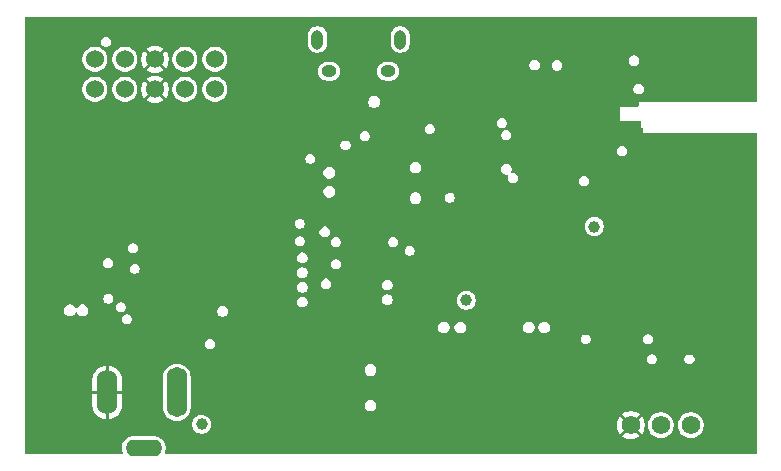
<source format=gbr>
%TF.GenerationSoftware,KiCad,Pcbnew,9.0.4-9.0.4-0~ubuntu22.04.1*%
%TF.CreationDate,2025-09-23T18:33:34+12:00*%
%TF.ProjectId,BBBLedHW,4242424c-6564-4485-972e-6b696361645f,rev?*%
%TF.SameCoordinates,PX7365040PY5f5e100*%
%TF.FileFunction,Copper,L3,Inr*%
%TF.FilePolarity,Positive*%
%FSLAX46Y46*%
G04 Gerber Fmt 4.6, Leading zero omitted, Abs format (unit mm)*
G04 Created by KiCad (PCBNEW 9.0.4-9.0.4-0~ubuntu22.04.1) date 2025-09-23 18:33:34*
%MOMM*%
%LPD*%
G01*
G04 APERTURE LIST*
%TA.AperFunction,ComponentPad*%
%ADD10C,1.574800*%
%TD*%
%TA.AperFunction,ComponentPad*%
%ADD11O,1.016000X1.651000*%
%TD*%
%TA.AperFunction,ComponentPad*%
%ADD12O,1.295400X1.016000*%
%TD*%
%TA.AperFunction,ComponentPad*%
%ADD13C,1.524000*%
%TD*%
%TA.AperFunction,ComponentPad*%
%ADD14O,1.750000X4.250000*%
%TD*%
%TA.AperFunction,ComponentPad*%
%ADD15O,1.750000X3.750000*%
%TD*%
%TA.AperFunction,ComponentPad*%
%ADD16O,3.100000X1.400000*%
%TD*%
%TA.AperFunction,ViaPad*%
%ADD17C,1.000000*%
%TD*%
%TA.AperFunction,ViaPad*%
%ADD18C,0.700000*%
%TD*%
%TA.AperFunction,ViaPad*%
%ADD19C,0.650000*%
%TD*%
G04 APERTURE END LIST*
D10*
%TO.N,GND*%
%TO.C,J2*%
X52328400Y3419200D03*
%TO.N,/LED_DATA*%
X54868400Y3419200D03*
%TO.N,+5V*%
X57408400Y3419200D03*
%TD*%
D11*
%TO.N,N/C*%
%TO.C,J1*%
X32800000Y36081402D03*
X25799999Y36081402D03*
D12*
X31800000Y33406401D03*
X26800000Y33406401D03*
%TD*%
D13*
%TO.N,/SWD_nRST*%
%TO.C,J4*%
X6960000Y31860000D03*
%TO.N,/SWD_CLK*%
X6960000Y34400000D03*
%TO.N,unconnected-(J4-SWIM-Pad3)*%
X9500000Y31860000D03*
%TO.N,/SWD_IO*%
X9500000Y34400000D03*
%TO.N,GND*%
X12040000Y31860000D03*
X12040000Y34400000D03*
%TO.N,+3V3*%
X14580000Y31860000D03*
X14580000Y34400000D03*
%TO.N,unconnected-(J4-5V-Pad9)*%
X17120000Y31860000D03*
%TO.N,unconnected-(J4-5V-Pad10)*%
X17120000Y34400000D03*
%TD*%
D14*
%TO.N,VBUS*%
%TO.C,J3*%
X13900000Y6204500D03*
D15*
%TO.N,GND*%
X8000000Y6204500D03*
D16*
%TO.N,unconnected-(J3-Pad3)*%
X11100000Y1504500D03*
%TD*%
D17*
%TO.N,+3V3*%
X38400000Y14000000D03*
D18*
%TO.N,GND*%
X20475000Y13900000D03*
D19*
X10400000Y23300000D03*
D18*
X21750000Y20500000D03*
D19*
X27337500Y18000000D03*
D18*
X43950000Y20050000D03*
X62050000Y27800000D03*
X62000000Y4000000D03*
X62000000Y24850000D03*
D19*
X47000000Y37000000D03*
X20400000Y23700000D03*
D18*
X20475000Y15150000D03*
D19*
X44650000Y27000000D03*
X48650000Y31000000D03*
X40700000Y21600000D03*
D18*
X52505000Y32990000D03*
X16950000Y12250000D03*
X62000000Y34000000D03*
X45370000Y20010000D03*
X6000000Y17550000D03*
D19*
X5400000Y23700000D03*
D18*
X54000000Y24850000D03*
D19*
X45200000Y2700000D03*
X48650000Y27000000D03*
D18*
X62000000Y37000000D03*
X40560000Y25270000D03*
X20475000Y16400000D03*
D19*
X33600000Y17025000D03*
D18*
X44180000Y34890000D03*
X16900000Y9000000D03*
D19*
X45650000Y30000000D03*
D18*
X20475000Y17650000D03*
X62000000Y19000000D03*
X62000000Y22000000D03*
D19*
X32000000Y4000000D03*
D18*
X25575000Y15375000D03*
D19*
X13750000Y17000000D03*
X38000000Y37000000D03*
D18*
X62000000Y7000000D03*
X55500000Y21530000D03*
D19*
X32875000Y30600000D03*
X32000000Y10000000D03*
X44650000Y29000000D03*
X26150000Y30825000D03*
D18*
X59000000Y32000000D03*
X54250000Y21550000D03*
D19*
X27500000Y13000000D03*
X10050000Y20100000D03*
X36400000Y2700000D03*
X10600000Y19400000D03*
X8350000Y15100000D03*
X38000000Y2700000D03*
X47000000Y16000000D03*
D18*
X27675000Y14150000D03*
D19*
X28600000Y29900000D03*
D18*
X57000000Y26850000D03*
D19*
X50000000Y37000000D03*
D18*
X52800000Y28720000D03*
D19*
X39500000Y34000000D03*
D18*
X60000000Y24850000D03*
D19*
X48500000Y13000000D03*
D18*
X57550000Y27800000D03*
X59000000Y26850000D03*
D19*
X12900000Y26700000D03*
X28500000Y31800000D03*
X18900000Y26700000D03*
X13750000Y15250000D03*
D18*
X48500000Y23000000D03*
D19*
X53000000Y37000000D03*
D18*
X52600000Y30875000D03*
D19*
X47650000Y30000000D03*
D18*
X55000000Y32000000D03*
D19*
X6900000Y26700000D03*
X48500000Y11650000D03*
X43600000Y2700000D03*
X15000000Y15250000D03*
D18*
X27675000Y15400000D03*
D19*
X48650000Y29000000D03*
D18*
X56000000Y24850000D03*
X54000000Y34000000D03*
X25450000Y19800000D03*
X55000000Y26850000D03*
D19*
X7250000Y15900000D03*
D18*
X61000000Y32000000D03*
X21750000Y19000000D03*
X4750000Y17550000D03*
X59000000Y37000000D03*
D19*
X36500000Y34000000D03*
X44650000Y31000000D03*
X46650000Y31000000D03*
X48500000Y4000000D03*
X53775000Y11650000D03*
X15000000Y17000000D03*
D18*
X55550000Y27800000D03*
D19*
X47650000Y28000000D03*
D18*
X62000000Y10000000D03*
D19*
X10400000Y21700000D03*
D18*
X56000000Y34000000D03*
D19*
X40300000Y28900000D03*
X9900000Y26700000D03*
D18*
X62000000Y16000000D03*
D19*
X30500000Y13000000D03*
D18*
X58000000Y34000000D03*
D19*
X41000000Y37000000D03*
X32000000Y7000000D03*
D18*
X52740000Y26650000D03*
D19*
X45650000Y28000000D03*
X50550000Y18900000D03*
D18*
X57000000Y32000000D03*
X46030000Y34880000D03*
D19*
X40900000Y27400000D03*
D18*
X58000000Y24850000D03*
D19*
X8100000Y20950000D03*
X46650000Y27000000D03*
D18*
X61000000Y26850000D03*
D19*
X56400000Y18900000D03*
D18*
X62000000Y13000000D03*
D19*
X15900000Y26700000D03*
X45500000Y13000000D03*
X39500000Y13000000D03*
D18*
X40530000Y23410000D03*
X60000000Y34000000D03*
D19*
X27100000Y31800000D03*
D17*
%TO.N,VBUS*%
X16000000Y3500000D03*
%TO.N,/MCU_LLC*%
X49250000Y20250000D03*
%TD*%
%TA.AperFunction,Conductor*%
%TO.N,GND*%
G36*
X62978326Y37978326D02*
G01*
X63000000Y37926000D01*
X63000000Y30874000D01*
X62978326Y30821674D01*
X62926000Y30800000D01*
X53000000Y30800000D01*
X53000000Y30474000D01*
X52978326Y30421674D01*
X52926000Y30400000D01*
X51400000Y30400000D01*
X51400000Y29200000D01*
X53126000Y29200000D01*
X53178326Y29178326D01*
X53200000Y29126000D01*
X53200000Y28600000D01*
X53326000Y28600000D01*
X53378326Y28578326D01*
X53400000Y28526000D01*
X53400000Y28200000D01*
X62926000Y28200000D01*
X62978326Y28178326D01*
X63000000Y28126000D01*
X63000000Y1074000D01*
X62978326Y1021674D01*
X62926000Y1000000D01*
X12934711Y1000000D01*
X12882385Y1021674D01*
X12860711Y1074000D01*
X12866344Y1102318D01*
X12912049Y1212661D01*
X12912051Y1212665D01*
X12950500Y1405959D01*
X12950500Y1603041D01*
X12912051Y1796335D01*
X12836632Y1978414D01*
X12727139Y2142282D01*
X12587782Y2281639D01*
X12559555Y2300500D01*
X12423913Y2391133D01*
X12270777Y2454563D01*
X12241839Y2466550D01*
X12241829Y2466553D01*
X12100186Y2494727D01*
X12048541Y2505000D01*
X10151459Y2505000D01*
X10099814Y2494727D01*
X9958170Y2466553D01*
X9958160Y2466550D01*
X9776086Y2391133D01*
X9612218Y2281640D01*
X9612217Y2281638D01*
X9472862Y2142283D01*
X9472860Y2142282D01*
X9363367Y1978414D01*
X9287950Y1796340D01*
X9287947Y1796330D01*
X9249500Y1603040D01*
X9249500Y1405961D01*
X9287947Y1212671D01*
X9287950Y1212661D01*
X9333656Y1102318D01*
X9333656Y1045681D01*
X9293607Y1005633D01*
X9265289Y1000000D01*
X1074000Y1000000D01*
X1021674Y1021674D01*
X1000000Y1074000D01*
X1000000Y3578842D01*
X15199500Y3578842D01*
X15199500Y3421158D01*
X15209661Y3370075D01*
X15230261Y3266509D01*
X15230264Y3266499D01*
X15290603Y3120826D01*
X15376431Y2992374D01*
X15378211Y2989711D01*
X15489711Y2878211D01*
X15620821Y2790606D01*
X15620826Y2790604D01*
X15620825Y2790604D01*
X15766498Y2730265D01*
X15766503Y2730263D01*
X15921158Y2699500D01*
X15921160Y2699500D01*
X16078840Y2699500D01*
X16078842Y2699500D01*
X16233497Y2730263D01*
X16379179Y2790606D01*
X16510289Y2878211D01*
X16621789Y2989711D01*
X16709394Y3120821D01*
X16769737Y3266503D01*
X16800500Y3421158D01*
X16800500Y3512651D01*
X51141000Y3512651D01*
X51141000Y3325750D01*
X51170236Y3141153D01*
X51170239Y3141140D01*
X51227989Y2963404D01*
X51312843Y2796867D01*
X51403926Y2671504D01*
X51873218Y3140797D01*
X51901574Y3091685D01*
X52000885Y2992374D01*
X52049995Y2964020D01*
X51580702Y2494727D01*
X51706064Y2403646D01*
X51706070Y2403643D01*
X51872595Y2318793D01*
X51872601Y2318791D01*
X52050339Y2261040D01*
X52050352Y2261037D01*
X52234949Y2231800D01*
X52421851Y2231800D01*
X52606447Y2261037D01*
X52606460Y2261040D01*
X52784198Y2318791D01*
X52784204Y2318793D01*
X52950729Y2403643D01*
X52950735Y2403646D01*
X53076096Y2494727D01*
X52606804Y2964020D01*
X52655915Y2992374D01*
X52755226Y3091685D01*
X52783580Y3140797D01*
X53252873Y2671504D01*
X53343954Y2796865D01*
X53343957Y2796871D01*
X53428807Y2963396D01*
X53428809Y2963402D01*
X53486560Y3141140D01*
X53486563Y3141153D01*
X53515800Y3325750D01*
X53515800Y3504822D01*
X53780500Y3504822D01*
X53780500Y3333579D01*
X53807287Y3164452D01*
X53807290Y3164439D01*
X53860202Y3001594D01*
X53860204Y3001590D01*
X53937943Y2849017D01*
X53980381Y2790606D01*
X54038596Y2710481D01*
X54159681Y2589396D01*
X54159684Y2589394D01*
X54159685Y2589393D01*
X54298216Y2488744D01*
X54450789Y2411005D01*
X54450793Y2411003D01*
X54613638Y2358091D01*
X54613644Y2358090D01*
X54613649Y2358088D01*
X54698214Y2344694D01*
X54782778Y2331300D01*
X54782780Y2331300D01*
X54954022Y2331300D01*
X55021672Y2342016D01*
X55123151Y2358088D01*
X55123158Y2358091D01*
X55123161Y2358091D01*
X55286006Y2411003D01*
X55286006Y2411004D01*
X55286009Y2411004D01*
X55438584Y2488744D01*
X55577119Y2589396D01*
X55698204Y2710481D01*
X55798856Y2849016D01*
X55876596Y3001591D01*
X55876597Y3001594D01*
X55929509Y3164439D01*
X55929509Y3164442D01*
X55929512Y3164449D01*
X55956300Y3333580D01*
X55956300Y3504820D01*
X55956300Y3504822D01*
X56320500Y3504822D01*
X56320500Y3333579D01*
X56347287Y3164452D01*
X56347290Y3164439D01*
X56400202Y3001594D01*
X56400204Y3001590D01*
X56477943Y2849017D01*
X56520381Y2790606D01*
X56578596Y2710481D01*
X56699681Y2589396D01*
X56699684Y2589394D01*
X56699685Y2589393D01*
X56838216Y2488744D01*
X56990789Y2411005D01*
X56990793Y2411003D01*
X57153638Y2358091D01*
X57153644Y2358090D01*
X57153649Y2358088D01*
X57238214Y2344694D01*
X57322778Y2331300D01*
X57322780Y2331300D01*
X57494022Y2331300D01*
X57561672Y2342016D01*
X57663151Y2358088D01*
X57663158Y2358091D01*
X57663161Y2358091D01*
X57826006Y2411003D01*
X57826006Y2411004D01*
X57826009Y2411004D01*
X57978584Y2488744D01*
X58117119Y2589396D01*
X58238204Y2710481D01*
X58338856Y2849016D01*
X58416596Y3001591D01*
X58416597Y3001594D01*
X58469509Y3164439D01*
X58469509Y3164442D01*
X58469512Y3164449D01*
X58496300Y3333580D01*
X58496300Y3504820D01*
X58469512Y3673951D01*
X58469510Y3673956D01*
X58469509Y3673962D01*
X58416597Y3836807D01*
X58416595Y3836811D01*
X58338856Y3989384D01*
X58238207Y4127915D01*
X58238206Y4127916D01*
X58238204Y4127919D01*
X58117119Y4249004D01*
X58117116Y4249007D01*
X58117114Y4249008D01*
X57978583Y4349657D01*
X57826010Y4427396D01*
X57826006Y4427398D01*
X57663161Y4480310D01*
X57663148Y4480313D01*
X57494022Y4507100D01*
X57494020Y4507100D01*
X57322780Y4507100D01*
X57322778Y4507100D01*
X57153651Y4480313D01*
X57153638Y4480310D01*
X56990793Y4427398D01*
X56990789Y4427396D01*
X56838216Y4349657D01*
X56699685Y4249008D01*
X56578592Y4127915D01*
X56477943Y3989384D01*
X56400204Y3836811D01*
X56400202Y3836807D01*
X56347290Y3673962D01*
X56347287Y3673949D01*
X56320500Y3504822D01*
X55956300Y3504822D01*
X55929512Y3673951D01*
X55929510Y3673956D01*
X55929509Y3673962D01*
X55876597Y3836807D01*
X55876595Y3836811D01*
X55798856Y3989384D01*
X55698207Y4127915D01*
X55698206Y4127916D01*
X55698204Y4127919D01*
X55577119Y4249004D01*
X55577116Y4249007D01*
X55577114Y4249008D01*
X55438583Y4349657D01*
X55286010Y4427396D01*
X55286006Y4427398D01*
X55123161Y4480310D01*
X55123148Y4480313D01*
X54954022Y4507100D01*
X54954020Y4507100D01*
X54782780Y4507100D01*
X54782778Y4507100D01*
X54613651Y4480313D01*
X54613638Y4480310D01*
X54450793Y4427398D01*
X54450789Y4427396D01*
X54298216Y4349657D01*
X54159685Y4249008D01*
X54038592Y4127915D01*
X53937943Y3989384D01*
X53860204Y3836811D01*
X53860202Y3836807D01*
X53807290Y3673962D01*
X53807287Y3673949D01*
X53780500Y3504822D01*
X53515800Y3504822D01*
X53515800Y3512651D01*
X53486563Y3697248D01*
X53486560Y3697261D01*
X53428809Y3874999D01*
X53428807Y3875005D01*
X53343957Y4041530D01*
X53343954Y4041536D01*
X53252873Y4166898D01*
X52783580Y3697606D01*
X52755226Y3746715D01*
X52655915Y3846026D01*
X52606803Y3874382D01*
X53076096Y4343674D01*
X52950733Y4434757D01*
X52784196Y4519611D01*
X52606460Y4577361D01*
X52606447Y4577364D01*
X52421851Y4606600D01*
X52234949Y4606600D01*
X52050352Y4577364D01*
X52050339Y4577361D01*
X51872603Y4519611D01*
X51706071Y4434759D01*
X51580702Y4343674D01*
X52049995Y3874381D01*
X52000885Y3846026D01*
X51901574Y3746715D01*
X51873219Y3697605D01*
X51403926Y4166898D01*
X51312841Y4041529D01*
X51227989Y3874997D01*
X51170239Y3697261D01*
X51170236Y3697248D01*
X51141000Y3512651D01*
X16800500Y3512651D01*
X16800500Y3578842D01*
X16769737Y3733497D01*
X16726944Y3836809D01*
X16709396Y3879175D01*
X16709395Y3879177D01*
X16709394Y3879179D01*
X16621789Y4010289D01*
X16510289Y4121789D01*
X16501107Y4127924D01*
X16477842Y4143470D01*
X16379179Y4209394D01*
X16379175Y4209396D01*
X16379173Y4209397D01*
X16379174Y4209397D01*
X16288139Y4247104D01*
X16233501Y4269736D01*
X16233491Y4269739D01*
X16129925Y4290339D01*
X16078842Y4300500D01*
X15921158Y4300500D01*
X15877315Y4291780D01*
X15766508Y4269739D01*
X15766498Y4269736D01*
X15620825Y4209397D01*
X15489711Y4121790D01*
X15489710Y4121788D01*
X15378212Y4010290D01*
X15378210Y4010289D01*
X15290603Y3879175D01*
X15230264Y3733502D01*
X15230261Y3733492D01*
X15218418Y3673951D01*
X15199500Y3578842D01*
X1000000Y3578842D01*
X1000000Y7304846D01*
X6725000Y7304846D01*
X6725000Y6329500D01*
X7500000Y6329500D01*
X7500000Y6079500D01*
X6725000Y6079500D01*
X6725000Y5104155D01*
X6756393Y4905940D01*
X6756396Y4905927D01*
X6818407Y4715078D01*
X6909521Y4536254D01*
X7027480Y4373898D01*
X7027489Y4373888D01*
X7169388Y4231989D01*
X7169397Y4231981D01*
X7331753Y4114022D01*
X7510577Y4022908D01*
X7701426Y3960897D01*
X7701439Y3960894D01*
X7875000Y3933405D01*
X7875000Y4720356D01*
X7934174Y4704500D01*
X8065826Y4704500D01*
X8125000Y4720356D01*
X8125000Y3933406D01*
X8298560Y3960894D01*
X8298573Y3960897D01*
X8489422Y4022908D01*
X8668246Y4114022D01*
X8830602Y4231981D01*
X8830612Y4231989D01*
X8972511Y4373888D01*
X8972519Y4373898D01*
X9090478Y4536254D01*
X9181592Y4715078D01*
X9243603Y4905927D01*
X9243606Y4905940D01*
X9275000Y5104155D01*
X9275000Y6079500D01*
X8500000Y6079500D01*
X8500000Y6329500D01*
X9275000Y6329500D01*
X9275000Y7304846D01*
X9243606Y7503061D01*
X9243604Y7503070D01*
X9235811Y7527053D01*
X9235811Y7527054D01*
X9229325Y7547016D01*
X12724500Y7547016D01*
X12724500Y4861985D01*
X12753444Y4679239D01*
X12753447Y4679226D01*
X12810619Y4503268D01*
X12810621Y4503264D01*
X12894620Y4338408D01*
X12894623Y4338402D01*
X12960955Y4247104D01*
X13003379Y4188713D01*
X13134213Y4057879D01*
X13134216Y4057877D01*
X13134217Y4057876D01*
X13199713Y4010290D01*
X13283904Y3949122D01*
X13348419Y3916250D01*
X13448763Y3865122D01*
X13448767Y3865120D01*
X13624725Y3807948D01*
X13624731Y3807947D01*
X13624736Y3807945D01*
X13716111Y3793473D01*
X13807484Y3779000D01*
X13807486Y3779000D01*
X13992516Y3779000D01*
X14065614Y3790578D01*
X14175264Y3807945D01*
X14175271Y3807948D01*
X14175274Y3807948D01*
X14351232Y3865120D01*
X14351232Y3865121D01*
X14351235Y3865121D01*
X14516096Y3949122D01*
X14665787Y4057879D01*
X14796621Y4188713D01*
X14905378Y4338404D01*
X14989379Y4503265D01*
X15013455Y4577364D01*
X15046552Y4679226D01*
X15046552Y4679229D01*
X15046555Y4679236D01*
X15075500Y4861986D01*
X15075500Y5165895D01*
X29799500Y5165895D01*
X29799500Y5034106D01*
X29833606Y4906819D01*
X29833610Y4906810D01*
X29859490Y4861985D01*
X29899500Y4792686D01*
X29992686Y4699500D01*
X30106814Y4633608D01*
X30234105Y4599501D01*
X30234106Y4599500D01*
X30234108Y4599500D01*
X30365894Y4599500D01*
X30365894Y4599501D01*
X30493186Y4633608D01*
X30607314Y4699500D01*
X30700500Y4792686D01*
X30766392Y4906814D01*
X30800499Y5034106D01*
X30800500Y5034106D01*
X30800500Y5165894D01*
X30800499Y5165895D01*
X30766393Y5293182D01*
X30766392Y5293186D01*
X30700500Y5407314D01*
X30607314Y5500500D01*
X30493190Y5566390D01*
X30493181Y5566394D01*
X30365894Y5600500D01*
X30365892Y5600500D01*
X30234108Y5600500D01*
X30234106Y5600500D01*
X30106818Y5566394D01*
X30106809Y5566390D01*
X29992685Y5500500D01*
X29899500Y5407315D01*
X29833610Y5293191D01*
X29833606Y5293182D01*
X29799500Y5165895D01*
X15075500Y5165895D01*
X15075500Y7547014D01*
X15046555Y7729764D01*
X15046553Y7729769D01*
X15046552Y7729775D01*
X14989380Y7905733D01*
X14989378Y7905737D01*
X14986455Y7911473D01*
X14905378Y8070596D01*
X14836139Y8165895D01*
X29799500Y8165895D01*
X29799500Y8034106D01*
X29833606Y7906819D01*
X29833610Y7906810D01*
X29899500Y7792686D01*
X29992686Y7699500D01*
X30106814Y7633608D01*
X30234105Y7599501D01*
X30234106Y7599500D01*
X30234108Y7599500D01*
X30365894Y7599500D01*
X30365894Y7599501D01*
X30493186Y7633608D01*
X30607314Y7699500D01*
X30700500Y7792686D01*
X30766392Y7906814D01*
X30800499Y8034106D01*
X30800500Y8034106D01*
X30800500Y8165894D01*
X30800499Y8165895D01*
X30766393Y8293182D01*
X30766392Y8293186D01*
X30700500Y8407314D01*
X30607314Y8500500D01*
X30532176Y8543881D01*
X30493190Y8566390D01*
X30493181Y8566394D01*
X30365894Y8600500D01*
X30365892Y8600500D01*
X30234108Y8600500D01*
X30234106Y8600500D01*
X30106818Y8566394D01*
X30106809Y8566390D01*
X29992685Y8500500D01*
X29899500Y8407315D01*
X29833610Y8293191D01*
X29833606Y8293182D01*
X29799500Y8165895D01*
X14836139Y8165895D01*
X14796621Y8220287D01*
X14665787Y8351121D01*
X14665784Y8351124D01*
X14665782Y8351125D01*
X14516098Y8459877D01*
X14516092Y8459880D01*
X14351236Y8543879D01*
X14351232Y8543881D01*
X14175274Y8601053D01*
X14175261Y8601056D01*
X13992516Y8630000D01*
X13992514Y8630000D01*
X13807486Y8630000D01*
X13807484Y8630000D01*
X13624738Y8601056D01*
X13624725Y8601053D01*
X13448767Y8543881D01*
X13448763Y8543879D01*
X13283907Y8459880D01*
X13283901Y8459877D01*
X13134217Y8351125D01*
X13003375Y8220283D01*
X12894623Y8070599D01*
X12894620Y8070593D01*
X12810621Y7905737D01*
X12810619Y7905733D01*
X12753447Y7729775D01*
X12753444Y7729762D01*
X12724500Y7547016D01*
X9229325Y7547016D01*
X9181592Y7693923D01*
X9090478Y7872747D01*
X8972519Y8035103D01*
X8972511Y8035112D01*
X8830612Y8177011D01*
X8830602Y8177020D01*
X8668246Y8294979D01*
X8489422Y8386093D01*
X8298573Y8448104D01*
X8298560Y8448107D01*
X8125000Y8475597D01*
X8125000Y7688645D01*
X8065826Y7704500D01*
X7934174Y7704500D01*
X7875000Y7688645D01*
X7875000Y8475597D01*
X7701439Y8448107D01*
X7701426Y8448104D01*
X7510577Y8386093D01*
X7331753Y8294979D01*
X7169397Y8177020D01*
X7027480Y8035103D01*
X6909521Y7872747D01*
X6818407Y7693923D01*
X6756396Y7503074D01*
X6756393Y7503061D01*
X6725000Y7304846D01*
X1000000Y7304846D01*
X1000000Y9056021D01*
X53674500Y9056021D01*
X53674500Y8943980D01*
X53703495Y8835768D01*
X53703496Y8835765D01*
X53703497Y8835763D01*
X53759515Y8738737D01*
X53838737Y8659515D01*
X53935763Y8603497D01*
X54043979Y8574501D01*
X54043980Y8574500D01*
X54043982Y8574500D01*
X54156020Y8574500D01*
X54156020Y8574501D01*
X54264237Y8603497D01*
X54361263Y8659515D01*
X54440485Y8738737D01*
X54496503Y8835763D01*
X54525499Y8943980D01*
X54525500Y8943980D01*
X54525500Y9056020D01*
X54525499Y9056021D01*
X56874500Y9056021D01*
X56874500Y8943980D01*
X56903495Y8835768D01*
X56903496Y8835765D01*
X56903497Y8835763D01*
X56959515Y8738737D01*
X57038737Y8659515D01*
X57135763Y8603497D01*
X57243979Y8574501D01*
X57243980Y8574500D01*
X57243982Y8574500D01*
X57356020Y8574500D01*
X57356020Y8574501D01*
X57464237Y8603497D01*
X57561263Y8659515D01*
X57640485Y8738737D01*
X57696503Y8835763D01*
X57725499Y8943980D01*
X57725500Y8943980D01*
X57725500Y9056020D01*
X57725499Y9056021D01*
X57696504Y9164233D01*
X57696503Y9164237D01*
X57640485Y9261263D01*
X57561263Y9340485D01*
X57464241Y9396501D01*
X57464232Y9396505D01*
X57356020Y9425500D01*
X57356018Y9425500D01*
X57243982Y9425500D01*
X57243980Y9425500D01*
X57135767Y9396505D01*
X57135758Y9396501D01*
X57038736Y9340485D01*
X56959515Y9261264D01*
X56903499Y9164242D01*
X56903495Y9164233D01*
X56874500Y9056021D01*
X54525499Y9056021D01*
X54496504Y9164233D01*
X54496503Y9164237D01*
X54440485Y9261263D01*
X54361263Y9340485D01*
X54264241Y9396501D01*
X54264232Y9396505D01*
X54156020Y9425500D01*
X54156018Y9425500D01*
X54043982Y9425500D01*
X54043980Y9425500D01*
X53935767Y9396505D01*
X53935758Y9396501D01*
X53838736Y9340485D01*
X53759515Y9261264D01*
X53703499Y9164242D01*
X53703495Y9164233D01*
X53674500Y9056021D01*
X1000000Y9056021D01*
X1000000Y10359312D01*
X16249500Y10359312D01*
X16249500Y10240689D01*
X16280199Y10126118D01*
X16280201Y10126113D01*
X16339508Y10023391D01*
X16339509Y10023390D01*
X16339511Y10023387D01*
X16423387Y9939511D01*
X16526114Y9880201D01*
X16526115Y9880201D01*
X16526117Y9880200D01*
X16583402Y9864851D01*
X16640688Y9849501D01*
X16640689Y9849500D01*
X16640691Y9849500D01*
X16759311Y9849500D01*
X16759311Y9849501D01*
X16873886Y9880201D01*
X16976613Y9939511D01*
X17060489Y10023387D01*
X17119799Y10126114D01*
X17150499Y10240689D01*
X17150500Y10240689D01*
X17150500Y10359311D01*
X17150499Y10359312D01*
X17150444Y10359516D01*
X17119799Y10473886D01*
X17119798Y10473888D01*
X17060491Y10576610D01*
X17060490Y10576611D01*
X17060489Y10576613D01*
X16976613Y10660489D01*
X16976610Y10660491D01*
X16976609Y10660492D01*
X16913753Y10696782D01*
X16873887Y10719799D01*
X16873882Y10719801D01*
X16759311Y10750500D01*
X16759309Y10750500D01*
X16640691Y10750500D01*
X16640689Y10750500D01*
X16526117Y10719801D01*
X16526112Y10719799D01*
X16423390Y10660492D01*
X16339508Y10576610D01*
X16280201Y10473888D01*
X16280199Y10473883D01*
X16249500Y10359312D01*
X1000000Y10359312D01*
X1000000Y10756021D01*
X48074500Y10756021D01*
X48074500Y10643980D01*
X48103495Y10535768D01*
X48103499Y10535759D01*
X48139222Y10473886D01*
X48159515Y10438737D01*
X48238737Y10359515D01*
X48335763Y10303497D01*
X48443979Y10274501D01*
X48443980Y10274500D01*
X48443982Y10274500D01*
X48556020Y10274500D01*
X48556020Y10274501D01*
X48664237Y10303497D01*
X48761263Y10359515D01*
X48840485Y10438737D01*
X48896503Y10535763D01*
X48925499Y10643980D01*
X48925500Y10643980D01*
X48925500Y10756020D01*
X48925499Y10756021D01*
X53374500Y10756021D01*
X53374500Y10643980D01*
X53403495Y10535768D01*
X53403499Y10535759D01*
X53439222Y10473886D01*
X53459515Y10438737D01*
X53538737Y10359515D01*
X53635763Y10303497D01*
X53743979Y10274501D01*
X53743980Y10274500D01*
X53743982Y10274500D01*
X53856020Y10274500D01*
X53856020Y10274501D01*
X53964237Y10303497D01*
X54061263Y10359515D01*
X54140485Y10438737D01*
X54196503Y10535763D01*
X54225499Y10643980D01*
X54225500Y10643980D01*
X54225500Y10756020D01*
X54225499Y10756021D01*
X54196504Y10864233D01*
X54196503Y10864237D01*
X54140485Y10961263D01*
X54061263Y11040485D01*
X53964241Y11096501D01*
X53964232Y11096505D01*
X53856020Y11125500D01*
X53856018Y11125500D01*
X53743982Y11125500D01*
X53743980Y11125500D01*
X53635767Y11096505D01*
X53635758Y11096501D01*
X53538736Y11040485D01*
X53459515Y10961264D01*
X53403499Y10864242D01*
X53403495Y10864233D01*
X53374500Y10756021D01*
X48925499Y10756021D01*
X48896504Y10864233D01*
X48896503Y10864237D01*
X48840485Y10961263D01*
X48761263Y11040485D01*
X48664241Y11096501D01*
X48664232Y11096505D01*
X48556020Y11125500D01*
X48556018Y11125500D01*
X48443982Y11125500D01*
X48443980Y11125500D01*
X48335767Y11096505D01*
X48335758Y11096501D01*
X48238736Y11040485D01*
X48159515Y10961264D01*
X48103499Y10864242D01*
X48103495Y10864233D01*
X48074500Y10756021D01*
X1000000Y10756021D01*
X1000000Y11765895D01*
X35999500Y11765895D01*
X35999500Y11634106D01*
X36033606Y11506819D01*
X36033607Y11506816D01*
X36033608Y11506814D01*
X36099500Y11392686D01*
X36192686Y11299500D01*
X36306814Y11233608D01*
X36434105Y11199501D01*
X36434106Y11199500D01*
X36434108Y11199500D01*
X36565894Y11199500D01*
X36565894Y11199501D01*
X36693186Y11233608D01*
X36807314Y11299500D01*
X36900500Y11392686D01*
X36966392Y11506814D01*
X37000499Y11634106D01*
X37000500Y11634106D01*
X37000500Y11765894D01*
X37000499Y11765895D01*
X37399500Y11765895D01*
X37399500Y11634106D01*
X37433606Y11506819D01*
X37433607Y11506816D01*
X37433608Y11506814D01*
X37499500Y11392686D01*
X37592686Y11299500D01*
X37706814Y11233608D01*
X37834105Y11199501D01*
X37834106Y11199500D01*
X37834108Y11199500D01*
X37965894Y11199500D01*
X37965894Y11199501D01*
X38093186Y11233608D01*
X38207314Y11299500D01*
X38300500Y11392686D01*
X38366392Y11506814D01*
X38400499Y11634106D01*
X38400500Y11634106D01*
X38400500Y11765894D01*
X38400499Y11765895D01*
X43199500Y11765895D01*
X43199500Y11634106D01*
X43233606Y11506819D01*
X43233607Y11506816D01*
X43233608Y11506814D01*
X43299500Y11392686D01*
X43392686Y11299500D01*
X43506814Y11233608D01*
X43634105Y11199501D01*
X43634106Y11199500D01*
X43634108Y11199500D01*
X43765894Y11199500D01*
X43765894Y11199501D01*
X43893186Y11233608D01*
X44007314Y11299500D01*
X44100500Y11392686D01*
X44166392Y11506814D01*
X44200499Y11634106D01*
X44200500Y11634106D01*
X44200500Y11765894D01*
X44200499Y11765895D01*
X44499500Y11765895D01*
X44499500Y11634106D01*
X44533606Y11506819D01*
X44533607Y11506816D01*
X44533608Y11506814D01*
X44599500Y11392686D01*
X44692686Y11299500D01*
X44806814Y11233608D01*
X44934105Y11199501D01*
X44934106Y11199500D01*
X44934108Y11199500D01*
X45065894Y11199500D01*
X45065894Y11199501D01*
X45193186Y11233608D01*
X45307314Y11299500D01*
X45400500Y11392686D01*
X45466392Y11506814D01*
X45500499Y11634106D01*
X45500500Y11634106D01*
X45500500Y11765894D01*
X45500499Y11765895D01*
X45466393Y11893182D01*
X45466392Y11893186D01*
X45400500Y12007314D01*
X45307314Y12100500D01*
X45241086Y12138737D01*
X45193190Y12166390D01*
X45193181Y12166394D01*
X45065894Y12200500D01*
X45065892Y12200500D01*
X44934108Y12200500D01*
X44934106Y12200500D01*
X44806818Y12166394D01*
X44806809Y12166390D01*
X44692685Y12100500D01*
X44599500Y12007315D01*
X44533610Y11893191D01*
X44533606Y11893182D01*
X44499500Y11765895D01*
X44200499Y11765895D01*
X44166393Y11893182D01*
X44166392Y11893186D01*
X44100500Y12007314D01*
X44007314Y12100500D01*
X43941086Y12138737D01*
X43893190Y12166390D01*
X43893181Y12166394D01*
X43765894Y12200500D01*
X43765892Y12200500D01*
X43634108Y12200500D01*
X43634106Y12200500D01*
X43506818Y12166394D01*
X43506809Y12166390D01*
X43392685Y12100500D01*
X43299500Y12007315D01*
X43233610Y11893191D01*
X43233606Y11893182D01*
X43199500Y11765895D01*
X38400499Y11765895D01*
X38366393Y11893182D01*
X38366392Y11893186D01*
X38300500Y12007314D01*
X38207314Y12100500D01*
X38141086Y12138737D01*
X38093190Y12166390D01*
X38093181Y12166394D01*
X37965894Y12200500D01*
X37965892Y12200500D01*
X37834108Y12200500D01*
X37834106Y12200500D01*
X37706818Y12166394D01*
X37706809Y12166390D01*
X37592685Y12100500D01*
X37499500Y12007315D01*
X37433610Y11893191D01*
X37433606Y11893182D01*
X37399500Y11765895D01*
X37000499Y11765895D01*
X36966393Y11893182D01*
X36966392Y11893186D01*
X36900500Y12007314D01*
X36807314Y12100500D01*
X36741086Y12138737D01*
X36693190Y12166390D01*
X36693181Y12166394D01*
X36565894Y12200500D01*
X36565892Y12200500D01*
X36434108Y12200500D01*
X36434106Y12200500D01*
X36306818Y12166394D01*
X36306809Y12166390D01*
X36192685Y12100500D01*
X36099500Y12007315D01*
X36033610Y11893191D01*
X36033606Y11893182D01*
X35999500Y11765895D01*
X1000000Y11765895D01*
X1000000Y12456021D01*
X9224500Y12456021D01*
X9224500Y12343980D01*
X9253495Y12235768D01*
X9253499Y12235759D01*
X9309515Y12138737D01*
X9388737Y12059515D01*
X9485763Y12003497D01*
X9593979Y11974501D01*
X9593980Y11974500D01*
X9593982Y11974500D01*
X9706020Y11974500D01*
X9706020Y11974501D01*
X9814237Y12003497D01*
X9911263Y12059515D01*
X9990485Y12138737D01*
X10046503Y12235763D01*
X10075499Y12343980D01*
X10075500Y12343980D01*
X10075500Y12456020D01*
X10075499Y12456021D01*
X10046504Y12564233D01*
X10046503Y12564237D01*
X9990485Y12661263D01*
X9911263Y12740485D01*
X9895647Y12749501D01*
X9814241Y12796501D01*
X9814232Y12796505D01*
X9706020Y12825500D01*
X9706018Y12825500D01*
X9593982Y12825500D01*
X9593980Y12825500D01*
X9485767Y12796505D01*
X9485758Y12796501D01*
X9388736Y12740485D01*
X9309515Y12661264D01*
X9253499Y12564242D01*
X9253495Y12564233D01*
X9224500Y12456021D01*
X1000000Y12456021D01*
X1000000Y13215895D01*
X4349500Y13215895D01*
X4349500Y13084106D01*
X4383606Y12956819D01*
X4383607Y12956816D01*
X4383608Y12956814D01*
X4449500Y12842686D01*
X4542686Y12749500D01*
X4656814Y12683608D01*
X4784105Y12649501D01*
X4784106Y12649500D01*
X4784108Y12649500D01*
X4915894Y12649500D01*
X4915894Y12649501D01*
X5043186Y12683608D01*
X5157314Y12749500D01*
X5250500Y12842686D01*
X5310914Y12947327D01*
X5355847Y12981805D01*
X5412000Y12974412D01*
X5439085Y12947327D01*
X5499500Y12842686D01*
X5592686Y12749500D01*
X5706814Y12683608D01*
X5834105Y12649501D01*
X5834106Y12649500D01*
X5834108Y12649500D01*
X5965894Y12649500D01*
X5965894Y12649501D01*
X6093186Y12683608D01*
X6207314Y12749500D01*
X6300500Y12842686D01*
X6366392Y12956814D01*
X6400499Y13084106D01*
X6400500Y13084106D01*
X6400500Y13215894D01*
X6400499Y13215895D01*
X6396649Y13230262D01*
X6366392Y13343186D01*
X6301247Y13456021D01*
X8724500Y13456021D01*
X8724500Y13343980D01*
X8753495Y13235768D01*
X8753499Y13235759D01*
X8774433Y13199500D01*
X8809515Y13138737D01*
X8888737Y13059515D01*
X8985763Y13003497D01*
X9093979Y12974501D01*
X9093980Y12974500D01*
X9093982Y12974500D01*
X9206020Y12974500D01*
X9206020Y12974501D01*
X9314237Y13003497D01*
X9411263Y13059515D01*
X9486060Y13134312D01*
X17324500Y13134312D01*
X17324500Y13015689D01*
X17355199Y12901118D01*
X17355201Y12901113D01*
X17414508Y12798391D01*
X17414509Y12798390D01*
X17414511Y12798387D01*
X17498387Y12714511D01*
X17498389Y12714510D01*
X17498390Y12714509D01*
X17590614Y12661263D01*
X17601114Y12655201D01*
X17601115Y12655201D01*
X17601117Y12655200D01*
X17622390Y12649500D01*
X17715688Y12624501D01*
X17715689Y12624500D01*
X17715691Y12624500D01*
X17834311Y12624500D01*
X17834311Y12624501D01*
X17948886Y12655201D01*
X18051613Y12714511D01*
X18135489Y12798387D01*
X18194799Y12901114D01*
X18225499Y13015689D01*
X18225500Y13015689D01*
X18225500Y13134311D01*
X18225499Y13134312D01*
X18224313Y13138737D01*
X18199789Y13230265D01*
X18194800Y13248883D01*
X18194798Y13248888D01*
X18135491Y13351610D01*
X18135490Y13351611D01*
X18135489Y13351613D01*
X18051613Y13435489D01*
X18051610Y13435491D01*
X18051609Y13435492D01*
X17948887Y13494799D01*
X17948882Y13494801D01*
X17834311Y13525500D01*
X17834309Y13525500D01*
X17715691Y13525500D01*
X17715689Y13525500D01*
X17601117Y13494801D01*
X17601112Y13494799D01*
X17498390Y13435492D01*
X17414508Y13351610D01*
X17355201Y13248888D01*
X17355199Y13248883D01*
X17324500Y13134312D01*
X9486060Y13134312D01*
X9490485Y13138737D01*
X9546503Y13235763D01*
X9575499Y13343980D01*
X9575500Y13343980D01*
X9575500Y13456020D01*
X9575499Y13456021D01*
X9566525Y13489511D01*
X9546503Y13564237D01*
X9490485Y13661263D01*
X9411263Y13740485D01*
X9388720Y13753500D01*
X9314241Y13796501D01*
X9314232Y13796505D01*
X9206020Y13825500D01*
X9206018Y13825500D01*
X9093982Y13825500D01*
X9093980Y13825500D01*
X8985767Y13796505D01*
X8985758Y13796501D01*
X8888736Y13740485D01*
X8809515Y13661264D01*
X8753499Y13564242D01*
X8753495Y13564233D01*
X8724500Y13456021D01*
X6301247Y13456021D01*
X6300500Y13457314D01*
X6207314Y13550500D01*
X6122442Y13599501D01*
X6093190Y13616390D01*
X6093181Y13616394D01*
X5965894Y13650500D01*
X5965892Y13650500D01*
X5834108Y13650500D01*
X5834106Y13650500D01*
X5706818Y13616394D01*
X5706809Y13616390D01*
X5592685Y13550500D01*
X5499500Y13457315D01*
X5439086Y13352675D01*
X5394152Y13318196D01*
X5338000Y13325589D01*
X5310914Y13352675D01*
X5266153Y13430202D01*
X5250500Y13457314D01*
X5157314Y13550500D01*
X5072442Y13599501D01*
X5043190Y13616390D01*
X5043181Y13616394D01*
X4915894Y13650500D01*
X4915892Y13650500D01*
X4784108Y13650500D01*
X4784106Y13650500D01*
X4656818Y13616394D01*
X4656809Y13616390D01*
X4542685Y13550500D01*
X4449500Y13457315D01*
X4383610Y13343191D01*
X4383606Y13343182D01*
X4349500Y13215895D01*
X1000000Y13215895D01*
X1000000Y14206021D01*
X7674500Y14206021D01*
X7674500Y14093980D01*
X7703495Y13985768D01*
X7703499Y13985759D01*
X7740797Y13921158D01*
X7759515Y13888737D01*
X7838737Y13809515D01*
X7935763Y13753497D01*
X8043979Y13724501D01*
X8043980Y13724500D01*
X8043982Y13724500D01*
X8156020Y13724500D01*
X8156020Y13724501D01*
X8264237Y13753497D01*
X8361263Y13809515D01*
X8440485Y13888737D01*
X8452364Y13909312D01*
X24074500Y13909312D01*
X24074500Y13790689D01*
X24105199Y13676118D01*
X24105201Y13676113D01*
X24164508Y13573391D01*
X24164509Y13573390D01*
X24164511Y13573387D01*
X24248387Y13489511D01*
X24248389Y13489510D01*
X24248390Y13489509D01*
X24306398Y13456018D01*
X24351114Y13430201D01*
X24351115Y13430201D01*
X24351117Y13430200D01*
X24374749Y13423868D01*
X24465688Y13399501D01*
X24465689Y13399500D01*
X24465691Y13399500D01*
X24584311Y13399500D01*
X24584311Y13399501D01*
X24698886Y13430201D01*
X24801613Y13489511D01*
X24885489Y13573387D01*
X24944799Y13676114D01*
X24975499Y13790689D01*
X24975500Y13790689D01*
X24975500Y13909311D01*
X24975499Y13909312D01*
X24972324Y13921160D01*
X24944799Y14023886D01*
X24913070Y14078841D01*
X24895478Y14109312D01*
X31274500Y14109312D01*
X31274500Y13990689D01*
X31305199Y13876118D01*
X31305201Y13876113D01*
X31364508Y13773391D01*
X31364509Y13773390D01*
X31364511Y13773387D01*
X31448387Y13689511D01*
X31448389Y13689510D01*
X31448390Y13689509D01*
X31515955Y13650500D01*
X31551114Y13630201D01*
X31551115Y13630201D01*
X31551117Y13630200D01*
X31586120Y13620821D01*
X31665688Y13599501D01*
X31665689Y13599500D01*
X31665691Y13599500D01*
X31784311Y13599500D01*
X31784311Y13599501D01*
X31898886Y13630201D01*
X32001613Y13689511D01*
X32085489Y13773387D01*
X32144799Y13876114D01*
X32175499Y13990689D01*
X32175500Y13990689D01*
X32175500Y14078842D01*
X37599500Y14078842D01*
X37599500Y13921158D01*
X37601857Y13909311D01*
X37630261Y13766509D01*
X37630264Y13766499D01*
X37690603Y13620826D01*
X37690605Y13620823D01*
X37690606Y13620821D01*
X37728411Y13564242D01*
X37754297Y13525500D01*
X37778211Y13489711D01*
X37889711Y13378211D01*
X38020821Y13290606D01*
X38020826Y13290604D01*
X38020825Y13290604D01*
X38153234Y13235759D01*
X38166503Y13230263D01*
X38321158Y13199500D01*
X38321160Y13199500D01*
X38478840Y13199500D01*
X38478842Y13199500D01*
X38633497Y13230263D01*
X38779179Y13290606D01*
X38910289Y13378211D01*
X39021789Y13489711D01*
X39109394Y13620821D01*
X39169737Y13766503D01*
X39200500Y13921158D01*
X39200500Y14078842D01*
X39169737Y14233497D01*
X39141984Y14300500D01*
X39109396Y14379175D01*
X39109395Y14379177D01*
X39109394Y14379179D01*
X39021789Y14510289D01*
X38910289Y14621789D01*
X38779179Y14709394D01*
X38779175Y14709396D01*
X38779173Y14709397D01*
X38779174Y14709397D01*
X38633501Y14769736D01*
X38633491Y14769739D01*
X38529925Y14790339D01*
X38478842Y14800500D01*
X38321158Y14800500D01*
X38277315Y14791780D01*
X38166508Y14769739D01*
X38166498Y14769736D01*
X38020825Y14709397D01*
X37889711Y14621790D01*
X37889710Y14621788D01*
X37778212Y14510290D01*
X37778210Y14510289D01*
X37690603Y14379175D01*
X37630264Y14233502D01*
X37630261Y14233492D01*
X37609002Y14126613D01*
X37599500Y14078842D01*
X32175500Y14078842D01*
X32175500Y14109311D01*
X32175499Y14109312D01*
X32144800Y14223883D01*
X32144798Y14223888D01*
X32085491Y14326610D01*
X32085490Y14326611D01*
X32085489Y14326613D01*
X32001613Y14410489D01*
X32001610Y14410491D01*
X32001609Y14410492D01*
X31898887Y14469799D01*
X31898882Y14469801D01*
X31784311Y14500500D01*
X31784309Y14500500D01*
X31665691Y14500500D01*
X31665689Y14500500D01*
X31551117Y14469801D01*
X31551112Y14469799D01*
X31448390Y14410492D01*
X31364508Y14326610D01*
X31305201Y14223888D01*
X31305199Y14223883D01*
X31274500Y14109312D01*
X24895478Y14109312D01*
X24885491Y14126610D01*
X24885490Y14126611D01*
X24885489Y14126613D01*
X24801613Y14210489D01*
X24801610Y14210491D01*
X24801609Y14210492D01*
X24698887Y14269799D01*
X24698882Y14269801D01*
X24584311Y14300500D01*
X24584309Y14300500D01*
X24465691Y14300500D01*
X24465689Y14300500D01*
X24351117Y14269801D01*
X24351112Y14269799D01*
X24248390Y14210492D01*
X24164508Y14126610D01*
X24105201Y14023888D01*
X24105199Y14023883D01*
X24074500Y13909312D01*
X8452364Y13909312D01*
X8496503Y13985763D01*
X8525499Y14093980D01*
X8525500Y14093980D01*
X8525500Y14206020D01*
X8525499Y14206021D01*
X8508409Y14269801D01*
X8496503Y14314237D01*
X8440485Y14411263D01*
X8361263Y14490485D01*
X8343917Y14500500D01*
X8264241Y14546501D01*
X8264232Y14546505D01*
X8156020Y14575500D01*
X8156018Y14575500D01*
X8043982Y14575500D01*
X8043980Y14575500D01*
X7935767Y14546505D01*
X7935758Y14546501D01*
X7838736Y14490485D01*
X7759515Y14411264D01*
X7703499Y14314242D01*
X7703495Y14314233D01*
X7674500Y14206021D01*
X1000000Y14206021D01*
X1000000Y15159312D01*
X24074500Y15159312D01*
X24074500Y15040689D01*
X24105199Y14926118D01*
X24105201Y14926113D01*
X24164508Y14823391D01*
X24164509Y14823390D01*
X24164511Y14823387D01*
X24248387Y14739511D01*
X24248389Y14739510D01*
X24248390Y14739509D01*
X24351112Y14680202D01*
X24351114Y14680201D01*
X24351115Y14680201D01*
X24351117Y14680200D01*
X24408402Y14664851D01*
X24465688Y14649501D01*
X24465689Y14649500D01*
X24465691Y14649500D01*
X24584311Y14649500D01*
X24584311Y14649501D01*
X24698886Y14680201D01*
X24801613Y14739511D01*
X24885489Y14823387D01*
X24944799Y14926114D01*
X24975499Y15040689D01*
X24975500Y15040689D01*
X24975500Y15159311D01*
X24975499Y15159312D01*
X24944800Y15273883D01*
X24944798Y15273888D01*
X24885491Y15376610D01*
X24885490Y15376611D01*
X24885489Y15376613D01*
X24802790Y15459312D01*
X26074500Y15459312D01*
X26074500Y15340689D01*
X26105199Y15226118D01*
X26105201Y15226113D01*
X26164508Y15123391D01*
X26164509Y15123390D01*
X26164511Y15123387D01*
X26248387Y15039511D01*
X26351114Y14980201D01*
X26351115Y14980201D01*
X26351117Y14980200D01*
X26408402Y14964851D01*
X26465688Y14949501D01*
X26465689Y14949500D01*
X26465691Y14949500D01*
X26584311Y14949500D01*
X26584311Y14949501D01*
X26698886Y14980201D01*
X26801613Y15039511D01*
X26885489Y15123387D01*
X26944799Y15226114D01*
X26975499Y15340689D01*
X26975500Y15340689D01*
X26975500Y15359312D01*
X31274500Y15359312D01*
X31274500Y15240689D01*
X31305199Y15126118D01*
X31305201Y15126113D01*
X31364508Y15023391D01*
X31364509Y15023390D01*
X31364511Y15023387D01*
X31448387Y14939511D01*
X31448389Y14939510D01*
X31448390Y14939509D01*
X31551112Y14880202D01*
X31551114Y14880201D01*
X31551115Y14880201D01*
X31551117Y14880200D01*
X31608402Y14864851D01*
X31665688Y14849501D01*
X31665689Y14849500D01*
X31665691Y14849500D01*
X31784311Y14849500D01*
X31784311Y14849501D01*
X31898886Y14880201D01*
X32001613Y14939511D01*
X32085489Y15023387D01*
X32144799Y15126114D01*
X32175499Y15240689D01*
X32175500Y15240689D01*
X32175500Y15359311D01*
X32175499Y15359312D01*
X32144800Y15473883D01*
X32144798Y15473888D01*
X32085491Y15576610D01*
X32085490Y15576611D01*
X32085489Y15576613D01*
X32001613Y15660489D01*
X32001610Y15660491D01*
X32001609Y15660492D01*
X31898887Y15719799D01*
X31898882Y15719801D01*
X31784311Y15750500D01*
X31784309Y15750500D01*
X31665691Y15750500D01*
X31665689Y15750500D01*
X31551117Y15719801D01*
X31551112Y15719799D01*
X31448390Y15660492D01*
X31364508Y15576610D01*
X31305201Y15473888D01*
X31305199Y15473883D01*
X31274500Y15359312D01*
X26975500Y15359312D01*
X26975500Y15459311D01*
X26975499Y15459312D01*
X26971593Y15473888D01*
X26944799Y15573886D01*
X26943225Y15576613D01*
X26885491Y15676610D01*
X26885490Y15676611D01*
X26885489Y15676613D01*
X26801613Y15760489D01*
X26801610Y15760491D01*
X26801609Y15760492D01*
X26698887Y15819799D01*
X26698882Y15819801D01*
X26584311Y15850500D01*
X26584309Y15850500D01*
X26465691Y15850500D01*
X26465689Y15850500D01*
X26351117Y15819801D01*
X26351112Y15819799D01*
X26248390Y15760492D01*
X26164508Y15676610D01*
X26105201Y15573888D01*
X26105199Y15573883D01*
X26074500Y15459312D01*
X24802790Y15459312D01*
X24801613Y15460489D01*
X24801610Y15460491D01*
X24801609Y15460492D01*
X24698887Y15519799D01*
X24698882Y15519801D01*
X24584311Y15550500D01*
X24584309Y15550500D01*
X24465691Y15550500D01*
X24465689Y15550500D01*
X24351117Y15519801D01*
X24351112Y15519799D01*
X24248390Y15460492D01*
X24164508Y15376610D01*
X24105201Y15273888D01*
X24105199Y15273883D01*
X24074500Y15159312D01*
X1000000Y15159312D01*
X1000000Y17205021D01*
X7650500Y17205021D01*
X7650500Y17092980D01*
X7679495Y16984768D01*
X7679496Y16984765D01*
X7679497Y16984763D01*
X7735515Y16887737D01*
X7814737Y16808515D01*
X7911763Y16752497D01*
X8019979Y16723501D01*
X8019980Y16723500D01*
X8019982Y16723500D01*
X8132020Y16723500D01*
X8132020Y16723501D01*
X8160086Y16731021D01*
X9899500Y16731021D01*
X9899500Y16618980D01*
X9928495Y16510768D01*
X9928496Y16510765D01*
X9928497Y16510763D01*
X9984515Y16413737D01*
X10063737Y16334515D01*
X10160763Y16278497D01*
X10268979Y16249501D01*
X10268980Y16249500D01*
X10268982Y16249500D01*
X10381020Y16249500D01*
X10381020Y16249501D01*
X10489237Y16278497D01*
X10586263Y16334515D01*
X10661060Y16409312D01*
X24074500Y16409312D01*
X24074500Y16290689D01*
X24105199Y16176118D01*
X24105201Y16176113D01*
X24164508Y16073391D01*
X24164509Y16073390D01*
X24164511Y16073387D01*
X24248387Y15989511D01*
X24351114Y15930201D01*
X24351115Y15930201D01*
X24351117Y15930200D01*
X24408402Y15914851D01*
X24465688Y15899501D01*
X24465689Y15899500D01*
X24465691Y15899500D01*
X24584311Y15899500D01*
X24584311Y15899501D01*
X24698886Y15930201D01*
X24801613Y15989511D01*
X24885489Y16073387D01*
X24944799Y16176114D01*
X24975499Y16290689D01*
X24975500Y16290689D01*
X24975500Y16409311D01*
X24975499Y16409312D01*
X24974313Y16413737D01*
X24960149Y16466598D01*
X24944800Y16523883D01*
X24944798Y16523888D01*
X24885491Y16626610D01*
X24885490Y16626611D01*
X24885489Y16626613D01*
X24801613Y16710489D01*
X24801610Y16710491D01*
X24801609Y16710492D01*
X24698887Y16769799D01*
X24698882Y16769801D01*
X24584311Y16800500D01*
X24584309Y16800500D01*
X24465691Y16800500D01*
X24465689Y16800500D01*
X24351117Y16769801D01*
X24351112Y16769799D01*
X24248390Y16710492D01*
X24164508Y16626610D01*
X24105201Y16523888D01*
X24105199Y16523883D01*
X24074500Y16409312D01*
X10661060Y16409312D01*
X10665485Y16413737D01*
X10721503Y16510763D01*
X10750499Y16618980D01*
X10750500Y16618980D01*
X10750500Y16731020D01*
X10750499Y16731021D01*
X10721504Y16839233D01*
X10721503Y16839237D01*
X10665485Y16936263D01*
X10586263Y17015485D01*
X10489241Y17071501D01*
X10489232Y17071505D01*
X10381020Y17100500D01*
X10381018Y17100500D01*
X10268982Y17100500D01*
X10268980Y17100500D01*
X10160767Y17071505D01*
X10160758Y17071501D01*
X10063736Y17015485D01*
X9984515Y16936264D01*
X9928499Y16839242D01*
X9928495Y16839233D01*
X9899500Y16731021D01*
X8160086Y16731021D01*
X8240237Y16752497D01*
X8337263Y16808515D01*
X8416485Y16887737D01*
X8472503Y16984763D01*
X8501499Y17092980D01*
X8501500Y17092980D01*
X8501500Y17106021D01*
X26962000Y17106021D01*
X26962000Y16993980D01*
X26990995Y16885768D01*
X26990996Y16885765D01*
X26990997Y16885763D01*
X27047015Y16788737D01*
X27126237Y16709515D01*
X27223263Y16653497D01*
X27331479Y16624501D01*
X27331480Y16624500D01*
X27331482Y16624500D01*
X27443520Y16624500D01*
X27443520Y16624501D01*
X27551737Y16653497D01*
X27648763Y16709515D01*
X27727985Y16788737D01*
X27784003Y16885763D01*
X27812999Y16993980D01*
X27813000Y16993980D01*
X27813000Y17106020D01*
X27812999Y17106021D01*
X27793122Y17180202D01*
X27784003Y17214237D01*
X27727985Y17311263D01*
X27648763Y17390485D01*
X27587045Y17426118D01*
X27551741Y17446501D01*
X27551732Y17446505D01*
X27443520Y17475500D01*
X27443518Y17475500D01*
X27331482Y17475500D01*
X27331480Y17475500D01*
X27223267Y17446505D01*
X27223258Y17446501D01*
X27126236Y17390485D01*
X27047015Y17311264D01*
X26990999Y17214242D01*
X26990995Y17214233D01*
X26962000Y17106021D01*
X8501500Y17106021D01*
X8501500Y17205020D01*
X8501499Y17205021D01*
X8472504Y17313233D01*
X8472503Y17313237D01*
X8416485Y17410263D01*
X8337263Y17489485D01*
X8240241Y17545501D01*
X8240232Y17545505D01*
X8132020Y17574500D01*
X8132018Y17574500D01*
X8019982Y17574500D01*
X8019980Y17574500D01*
X7911767Y17545505D01*
X7911758Y17545501D01*
X7814736Y17489485D01*
X7735515Y17410264D01*
X7679499Y17313242D01*
X7679495Y17313233D01*
X7650500Y17205021D01*
X1000000Y17205021D01*
X1000000Y17659312D01*
X24074500Y17659312D01*
X24074500Y17540689D01*
X24105199Y17426118D01*
X24105201Y17426113D01*
X24164508Y17323391D01*
X24164509Y17323390D01*
X24164511Y17323387D01*
X24248387Y17239511D01*
X24248389Y17239510D01*
X24248390Y17239509D01*
X24308130Y17205018D01*
X24351114Y17180201D01*
X24351115Y17180201D01*
X24351117Y17180200D01*
X24408402Y17164851D01*
X24465688Y17149501D01*
X24465689Y17149500D01*
X24465691Y17149500D01*
X24584311Y17149500D01*
X24584311Y17149501D01*
X24698886Y17180201D01*
X24801613Y17239511D01*
X24885489Y17323387D01*
X24944799Y17426114D01*
X24975499Y17540689D01*
X24975500Y17540689D01*
X24975500Y17659311D01*
X24975499Y17659312D01*
X24944800Y17773883D01*
X24944798Y17773888D01*
X24885491Y17876610D01*
X24885490Y17876611D01*
X24885489Y17876613D01*
X24801613Y17960489D01*
X24801610Y17960491D01*
X24801609Y17960492D01*
X24698887Y18019799D01*
X24698882Y18019801D01*
X24584311Y18050500D01*
X24584309Y18050500D01*
X24465691Y18050500D01*
X24465689Y18050500D01*
X24351117Y18019801D01*
X24351112Y18019799D01*
X24248390Y17960492D01*
X24164508Y17876610D01*
X24105201Y17773888D01*
X24105199Y17773883D01*
X24074500Y17659312D01*
X1000000Y17659312D01*
X1000000Y18456021D01*
X9774500Y18456021D01*
X9774500Y18343980D01*
X9803495Y18235768D01*
X9803496Y18235765D01*
X9803497Y18235763D01*
X9859515Y18138737D01*
X9938737Y18059515D01*
X10035763Y18003497D01*
X10143979Y17974501D01*
X10143980Y17974500D01*
X10143982Y17974500D01*
X10256020Y17974500D01*
X10256020Y17974501D01*
X10364237Y18003497D01*
X10461263Y18059515D01*
X10540485Y18138737D01*
X10596503Y18235763D01*
X10601931Y18256021D01*
X33174500Y18256021D01*
X33174500Y18143980D01*
X33203495Y18035768D01*
X33203499Y18035759D01*
X33212714Y18019799D01*
X33259515Y17938737D01*
X33338737Y17859515D01*
X33435763Y17803497D01*
X33543979Y17774501D01*
X33543980Y17774500D01*
X33543982Y17774500D01*
X33656020Y17774500D01*
X33656020Y17774501D01*
X33764237Y17803497D01*
X33861263Y17859515D01*
X33940485Y17938737D01*
X33996503Y18035763D01*
X34025499Y18143980D01*
X34025500Y18143980D01*
X34025500Y18256020D01*
X34025499Y18256021D01*
X33996504Y18364233D01*
X33996503Y18364237D01*
X33940485Y18461263D01*
X33861263Y18540485D01*
X33820130Y18564233D01*
X33764241Y18596501D01*
X33764232Y18596505D01*
X33656020Y18625500D01*
X33656018Y18625500D01*
X33543982Y18625500D01*
X33543980Y18625500D01*
X33435767Y18596505D01*
X33435758Y18596501D01*
X33338736Y18540485D01*
X33259515Y18461264D01*
X33203499Y18364242D01*
X33203495Y18364233D01*
X33174500Y18256021D01*
X10601931Y18256021D01*
X10625499Y18343980D01*
X10625500Y18343980D01*
X10625500Y18456020D01*
X10625499Y18456021D01*
X10624094Y18461263D01*
X10596503Y18564237D01*
X10540485Y18661263D01*
X10461263Y18740485D01*
X10364241Y18796501D01*
X10364232Y18796505D01*
X10256020Y18825500D01*
X10256018Y18825500D01*
X10143982Y18825500D01*
X10143980Y18825500D01*
X10035767Y18796505D01*
X10035758Y18796501D01*
X9938736Y18740485D01*
X9859515Y18661264D01*
X9803499Y18564242D01*
X9803495Y18564233D01*
X9774500Y18456021D01*
X1000000Y18456021D01*
X1000000Y19056021D01*
X23874500Y19056021D01*
X23874500Y18943980D01*
X23903495Y18835768D01*
X23903499Y18835759D01*
X23932367Y18785759D01*
X23959515Y18738737D01*
X24038737Y18659515D01*
X24135763Y18603497D01*
X24243979Y18574501D01*
X24243980Y18574500D01*
X24243982Y18574500D01*
X24356020Y18574500D01*
X24356020Y18574501D01*
X24464237Y18603497D01*
X24561263Y18659515D01*
X24640485Y18738737D01*
X24696503Y18835763D01*
X24725499Y18943980D01*
X24725500Y18943980D01*
X24725500Y19006021D01*
X26924500Y19006021D01*
X26924500Y18893980D01*
X26953495Y18785768D01*
X26953496Y18785765D01*
X26953497Y18785763D01*
X27009515Y18688737D01*
X27088737Y18609515D01*
X27185763Y18553497D01*
X27293979Y18524501D01*
X27293980Y18524500D01*
X27293982Y18524500D01*
X27406020Y18524500D01*
X27406020Y18524501D01*
X27514237Y18553497D01*
X27611263Y18609515D01*
X27690485Y18688737D01*
X27746503Y18785763D01*
X27775499Y18893980D01*
X27775500Y18893980D01*
X27775500Y19006020D01*
X27775499Y19006021D01*
X31799500Y19006021D01*
X31799500Y18893980D01*
X31828495Y18785768D01*
X31828496Y18785765D01*
X31828497Y18785763D01*
X31884515Y18688737D01*
X31963737Y18609515D01*
X32060763Y18553497D01*
X32168979Y18524501D01*
X32168980Y18524500D01*
X32168982Y18524500D01*
X32281020Y18524500D01*
X32281020Y18524501D01*
X32389237Y18553497D01*
X32486263Y18609515D01*
X32565485Y18688737D01*
X32621503Y18785763D01*
X32650499Y18893980D01*
X32650500Y18893980D01*
X32650500Y19006020D01*
X32650499Y19006021D01*
X32637102Y19056018D01*
X32621503Y19114237D01*
X32565485Y19211263D01*
X32486263Y19290485D01*
X32389241Y19346501D01*
X32389232Y19346505D01*
X32281020Y19375500D01*
X32281018Y19375500D01*
X32168982Y19375500D01*
X32168980Y19375500D01*
X32060767Y19346505D01*
X32060758Y19346501D01*
X31963736Y19290485D01*
X31884515Y19211264D01*
X31828499Y19114242D01*
X31828495Y19114233D01*
X31799500Y19006021D01*
X27775499Y19006021D01*
X27762102Y19056018D01*
X27746503Y19114237D01*
X27690485Y19211263D01*
X27611263Y19290485D01*
X27514241Y19346501D01*
X27514232Y19346505D01*
X27406020Y19375500D01*
X27406018Y19375500D01*
X27293982Y19375500D01*
X27293980Y19375500D01*
X27185767Y19346505D01*
X27185758Y19346501D01*
X27088736Y19290485D01*
X27009515Y19211264D01*
X26953499Y19114242D01*
X26953495Y19114233D01*
X26924500Y19006021D01*
X24725500Y19006021D01*
X24725500Y19056020D01*
X24725499Y19056021D01*
X24696504Y19164233D01*
X24696503Y19164237D01*
X24640485Y19261263D01*
X24561263Y19340485D01*
X24545647Y19349501D01*
X24464241Y19396501D01*
X24464232Y19396505D01*
X24356020Y19425500D01*
X24356018Y19425500D01*
X24243982Y19425500D01*
X24243980Y19425500D01*
X24135767Y19396505D01*
X24135758Y19396501D01*
X24038736Y19340485D01*
X23959515Y19261264D01*
X23903499Y19164242D01*
X23903495Y19164233D01*
X23874500Y19056021D01*
X1000000Y19056021D01*
X1000000Y19859312D01*
X25974500Y19859312D01*
X25974500Y19740689D01*
X26005199Y19626118D01*
X26005201Y19626113D01*
X26064508Y19523391D01*
X26064509Y19523390D01*
X26064511Y19523387D01*
X26148387Y19439511D01*
X26148389Y19439510D01*
X26148390Y19439509D01*
X26222875Y19396505D01*
X26251114Y19380201D01*
X26251115Y19380201D01*
X26251117Y19380200D01*
X26268658Y19375500D01*
X26365688Y19349501D01*
X26365689Y19349500D01*
X26365691Y19349500D01*
X26484311Y19349500D01*
X26484311Y19349501D01*
X26598886Y19380201D01*
X26701613Y19439511D01*
X26785489Y19523387D01*
X26844799Y19626114D01*
X26875499Y19740689D01*
X26875500Y19740689D01*
X26875500Y19859311D01*
X26875499Y19859312D01*
X26844800Y19973883D01*
X26844798Y19973888D01*
X26785491Y20076610D01*
X26785490Y20076611D01*
X26785489Y20076613D01*
X26701613Y20160489D01*
X26701610Y20160491D01*
X26701609Y20160492D01*
X26598887Y20219799D01*
X26598882Y20219801D01*
X26484311Y20250500D01*
X26484309Y20250500D01*
X26365691Y20250500D01*
X26365689Y20250500D01*
X26251117Y20219801D01*
X26251112Y20219799D01*
X26148390Y20160492D01*
X26064508Y20076610D01*
X26005201Y19973888D01*
X26005199Y19973883D01*
X25974500Y19859312D01*
X1000000Y19859312D01*
X1000000Y20556021D01*
X23874500Y20556021D01*
X23874500Y20443980D01*
X23903495Y20335768D01*
X23903496Y20335765D01*
X23903497Y20335763D01*
X23959515Y20238737D01*
X24038737Y20159515D01*
X24135763Y20103497D01*
X24243979Y20074501D01*
X24243980Y20074500D01*
X24243982Y20074500D01*
X24356020Y20074500D01*
X24356020Y20074501D01*
X24464237Y20103497D01*
X24561263Y20159515D01*
X24640485Y20238737D01*
X24692507Y20328842D01*
X48449500Y20328842D01*
X48449500Y20171158D01*
X48451816Y20159516D01*
X48480261Y20016509D01*
X48480264Y20016499D01*
X48540603Y19870826D01*
X48627557Y19740689D01*
X48628211Y19739711D01*
X48739711Y19628211D01*
X48870821Y19540606D01*
X48870826Y19540604D01*
X48870825Y19540604D01*
X49016498Y19480265D01*
X49016503Y19480263D01*
X49171158Y19449500D01*
X49171160Y19449500D01*
X49328840Y19449500D01*
X49328842Y19449500D01*
X49483497Y19480263D01*
X49629179Y19540606D01*
X49760289Y19628211D01*
X49871789Y19739711D01*
X49959394Y19870821D01*
X50019737Y20016503D01*
X50050500Y20171158D01*
X50050500Y20328842D01*
X50019737Y20483497D01*
X49959394Y20629179D01*
X49871789Y20760289D01*
X49760289Y20871789D01*
X49629179Y20959394D01*
X49629175Y20959396D01*
X49629173Y20959397D01*
X49629174Y20959397D01*
X49483501Y21019736D01*
X49483491Y21019739D01*
X49379925Y21040339D01*
X49328842Y21050500D01*
X49171158Y21050500D01*
X49127315Y21041780D01*
X49016508Y21019739D01*
X49016498Y21019736D01*
X48870825Y20959397D01*
X48739711Y20871790D01*
X48739710Y20871788D01*
X48628212Y20760290D01*
X48628210Y20760289D01*
X48540603Y20629175D01*
X48480264Y20483502D01*
X48480261Y20483492D01*
X48454580Y20354384D01*
X48449500Y20328842D01*
X24692507Y20328842D01*
X24696503Y20335763D01*
X24725500Y20443982D01*
X24725500Y20556018D01*
X24725500Y20556020D01*
X24725499Y20556021D01*
X24696504Y20664233D01*
X24696503Y20664237D01*
X24640485Y20761263D01*
X24561263Y20840485D01*
X24507041Y20871790D01*
X24464241Y20896501D01*
X24464232Y20896505D01*
X24356020Y20925500D01*
X24356018Y20925500D01*
X24243982Y20925500D01*
X24243980Y20925500D01*
X24135767Y20896505D01*
X24135758Y20896501D01*
X24038736Y20840485D01*
X23959515Y20761264D01*
X23903499Y20664242D01*
X23903495Y20664233D01*
X23874500Y20556021D01*
X1000000Y20556021D01*
X1000000Y23265895D01*
X26299500Y23265895D01*
X26299500Y23134106D01*
X26333606Y23006819D01*
X26333607Y23006816D01*
X26333608Y23006814D01*
X26399500Y22892686D01*
X26492686Y22799500D01*
X26606814Y22733608D01*
X26734105Y22699501D01*
X26734106Y22699500D01*
X26734108Y22699500D01*
X26865894Y22699500D01*
X26865894Y22699501D01*
X26927079Y22715895D01*
X33599500Y22715895D01*
X33599500Y22584106D01*
X33633606Y22456819D01*
X33633607Y22456816D01*
X33633608Y22456814D01*
X33699500Y22342686D01*
X33792686Y22249500D01*
X33906814Y22183608D01*
X34034105Y22149501D01*
X34034106Y22149500D01*
X34034108Y22149500D01*
X34165894Y22149500D01*
X34165894Y22149501D01*
X34293186Y22183608D01*
X34407314Y22249500D01*
X34500500Y22342686D01*
X34566392Y22456814D01*
X34600499Y22584106D01*
X34600500Y22584106D01*
X34600500Y22715894D01*
X34600499Y22715895D01*
X34595752Y22733611D01*
X34589747Y22756021D01*
X36574500Y22756021D01*
X36574500Y22643980D01*
X36603495Y22535768D01*
X36603499Y22535759D01*
X36659515Y22438737D01*
X36738737Y22359515D01*
X36835763Y22303497D01*
X36943979Y22274501D01*
X36943980Y22274500D01*
X36943982Y22274500D01*
X37056020Y22274500D01*
X37056020Y22274501D01*
X37164237Y22303497D01*
X37261263Y22359515D01*
X37340485Y22438737D01*
X37396503Y22535763D01*
X37425499Y22643980D01*
X37425500Y22643980D01*
X37425500Y22756020D01*
X37425499Y22756021D01*
X37402143Y22843186D01*
X37396503Y22864237D01*
X37340485Y22961263D01*
X37261263Y23040485D01*
X37243917Y23050500D01*
X37164241Y23096501D01*
X37164232Y23096505D01*
X37056020Y23125500D01*
X37056018Y23125500D01*
X36943982Y23125500D01*
X36943980Y23125500D01*
X36835767Y23096505D01*
X36835758Y23096501D01*
X36738736Y23040485D01*
X36659515Y22961264D01*
X36603499Y22864242D01*
X36603495Y22864233D01*
X36574500Y22756021D01*
X34589747Y22756021D01*
X34566392Y22843186D01*
X34500500Y22957314D01*
X34407314Y23050500D01*
X34293190Y23116390D01*
X34293181Y23116394D01*
X34165894Y23150500D01*
X34165892Y23150500D01*
X34034108Y23150500D01*
X34034106Y23150500D01*
X33906818Y23116394D01*
X33906809Y23116390D01*
X33792685Y23050500D01*
X33699500Y22957315D01*
X33633610Y22843191D01*
X33633606Y22843182D01*
X33599500Y22715895D01*
X26927079Y22715895D01*
X26993186Y22733608D01*
X27107314Y22799500D01*
X27200500Y22892686D01*
X27266392Y23006814D01*
X27300499Y23134106D01*
X27300500Y23134106D01*
X27300500Y23265894D01*
X27300499Y23265895D01*
X27266393Y23393182D01*
X27266392Y23393186D01*
X27200500Y23507314D01*
X27107314Y23600500D01*
X27022442Y23649501D01*
X26993190Y23666390D01*
X26993181Y23666394D01*
X26865894Y23700500D01*
X26865892Y23700500D01*
X26734108Y23700500D01*
X26734106Y23700500D01*
X26606818Y23666394D01*
X26606809Y23666390D01*
X26492685Y23600500D01*
X26399500Y23507315D01*
X26333610Y23393191D01*
X26333606Y23393182D01*
X26299500Y23265895D01*
X1000000Y23265895D01*
X1000000Y24865895D01*
X26299500Y24865895D01*
X26299500Y24734106D01*
X26333606Y24606819D01*
X26333610Y24606810D01*
X26381482Y24523894D01*
X26399500Y24492686D01*
X26492686Y24399500D01*
X26606814Y24333608D01*
X26734105Y24299501D01*
X26734106Y24299500D01*
X26734108Y24299500D01*
X26865894Y24299500D01*
X26865894Y24299501D01*
X26993186Y24333608D01*
X27107314Y24399500D01*
X27200500Y24492686D01*
X27266392Y24606814D01*
X27300499Y24734106D01*
X27300500Y24734106D01*
X27300500Y24865894D01*
X27300499Y24865895D01*
X27284364Y24926111D01*
X27266392Y24993186D01*
X27200500Y25107314D01*
X27107314Y25200500D01*
X26993186Y25266392D01*
X26993181Y25266394D01*
X26865894Y25300500D01*
X26865892Y25300500D01*
X26734108Y25300500D01*
X26734106Y25300500D01*
X26606818Y25266394D01*
X26606809Y25266390D01*
X26492685Y25200500D01*
X26399500Y25107315D01*
X26333610Y24993191D01*
X26333606Y24993182D01*
X26299500Y24865895D01*
X1000000Y24865895D01*
X1000000Y25315895D01*
X33599500Y25315895D01*
X33599500Y25184106D01*
X33633606Y25056819D01*
X33633610Y25056810D01*
X33642918Y25040689D01*
X33699500Y24942686D01*
X33792686Y24849500D01*
X33906814Y24783608D01*
X34034105Y24749501D01*
X34034106Y24749500D01*
X34034108Y24749500D01*
X34165894Y24749500D01*
X34165894Y24749501D01*
X34293186Y24783608D01*
X34407314Y24849500D01*
X34500500Y24942686D01*
X34566392Y25056814D01*
X34593856Y25159312D01*
X41349500Y25159312D01*
X41349500Y25040689D01*
X41380199Y24926118D01*
X41380201Y24926113D01*
X41439508Y24823391D01*
X41439509Y24823390D01*
X41439511Y24823387D01*
X41523387Y24739511D01*
X41523389Y24739510D01*
X41523390Y24739509D01*
X41573649Y24710492D01*
X41626114Y24680201D01*
X41626115Y24680201D01*
X41626117Y24680200D01*
X41683402Y24664851D01*
X41740688Y24649501D01*
X41740689Y24649500D01*
X41740691Y24649500D01*
X41859311Y24649500D01*
X41864120Y24650133D01*
X41864446Y24647656D01*
X41912532Y24641345D01*
X41947029Y24596426D01*
X41939659Y24540270D01*
X41939645Y24540247D01*
X41930204Y24523894D01*
X41930199Y24523883D01*
X41899500Y24409312D01*
X41899500Y24290689D01*
X41930199Y24176118D01*
X41930201Y24176113D01*
X41989508Y24073391D01*
X41989509Y24073390D01*
X41989511Y24073387D01*
X42073387Y23989511D01*
X42176114Y23930201D01*
X42176115Y23930201D01*
X42176117Y23930200D01*
X42233402Y23914851D01*
X42290688Y23899501D01*
X42290689Y23899500D01*
X42290691Y23899500D01*
X42409311Y23899500D01*
X42409311Y23899501D01*
X42523886Y23930201D01*
X42626613Y23989511D01*
X42710489Y24073387D01*
X42760098Y24159312D01*
X47929500Y24159312D01*
X47929500Y24040689D01*
X47960199Y23926118D01*
X47960201Y23926113D01*
X48019508Y23823391D01*
X48019509Y23823390D01*
X48019511Y23823387D01*
X48103387Y23739511D01*
X48206114Y23680201D01*
X48206115Y23680201D01*
X48206117Y23680200D01*
X48257642Y23666394D01*
X48320688Y23649501D01*
X48320689Y23649500D01*
X48320691Y23649500D01*
X48439311Y23649500D01*
X48439311Y23649501D01*
X48553886Y23680201D01*
X48656613Y23739511D01*
X48740489Y23823387D01*
X48799799Y23926114D01*
X48830499Y24040689D01*
X48830500Y24040689D01*
X48830500Y24159311D01*
X48830499Y24159312D01*
X48799800Y24273883D01*
X48799798Y24273888D01*
X48740491Y24376610D01*
X48740490Y24376611D01*
X48740489Y24376613D01*
X48656613Y24460489D01*
X48656610Y24460491D01*
X48656609Y24460492D01*
X48553887Y24519799D01*
X48553882Y24519801D01*
X48439311Y24550500D01*
X48439309Y24550500D01*
X48320691Y24550500D01*
X48320689Y24550500D01*
X48206117Y24519801D01*
X48206112Y24519799D01*
X48103390Y24460492D01*
X48019508Y24376610D01*
X47960201Y24273888D01*
X47960199Y24273883D01*
X47929500Y24159312D01*
X42760098Y24159312D01*
X42769799Y24176114D01*
X42800499Y24290689D01*
X42800500Y24290689D01*
X42800500Y24409311D01*
X42800499Y24409312D01*
X42769800Y24523883D01*
X42769798Y24523888D01*
X42710491Y24626610D01*
X42710490Y24626611D01*
X42710489Y24626613D01*
X42626613Y24710489D01*
X42626610Y24710491D01*
X42626609Y24710492D01*
X42523887Y24769799D01*
X42523882Y24769801D01*
X42409311Y24800500D01*
X42409309Y24800500D01*
X42290691Y24800500D01*
X42290689Y24800500D01*
X42285880Y24799867D01*
X42285555Y24802332D01*
X42237425Y24808681D01*
X42202958Y24853623D01*
X42210356Y24909758D01*
X42219797Y24926111D01*
X42219798Y24926113D01*
X42219799Y24926114D01*
X42250499Y25040689D01*
X42250500Y25040689D01*
X42250500Y25159311D01*
X42250499Y25159312D01*
X42244067Y25183315D01*
X42221807Y25266392D01*
X42219800Y25273883D01*
X42219798Y25273888D01*
X42160491Y25376610D01*
X42160490Y25376611D01*
X42160489Y25376613D01*
X42076613Y25460489D01*
X42076610Y25460491D01*
X42076609Y25460492D01*
X41973887Y25519799D01*
X41973882Y25519801D01*
X41859311Y25550500D01*
X41859309Y25550500D01*
X41740691Y25550500D01*
X41740689Y25550500D01*
X41626117Y25519801D01*
X41626112Y25519799D01*
X41523390Y25460492D01*
X41439508Y25376610D01*
X41380201Y25273888D01*
X41380199Y25273883D01*
X41349500Y25159312D01*
X34593856Y25159312D01*
X34600288Y25183316D01*
X34600500Y25184107D01*
X34600500Y25315894D01*
X34600499Y25315895D01*
X34566393Y25443182D01*
X34566392Y25443186D01*
X34500500Y25557314D01*
X34407314Y25650500D01*
X34391698Y25659516D01*
X34293190Y25716390D01*
X34293181Y25716394D01*
X34165894Y25750500D01*
X34165892Y25750500D01*
X34034108Y25750500D01*
X34034106Y25750500D01*
X33906818Y25716394D01*
X33906809Y25716390D01*
X33792685Y25650500D01*
X33699500Y25557315D01*
X33633610Y25443191D01*
X33633606Y25443182D01*
X33599500Y25315895D01*
X1000000Y25315895D01*
X1000000Y26056021D01*
X24774500Y26056021D01*
X24774500Y25943980D01*
X24803495Y25835768D01*
X24803496Y25835765D01*
X24803497Y25835763D01*
X24859515Y25738737D01*
X24938737Y25659515D01*
X25035763Y25603497D01*
X25143979Y25574501D01*
X25143980Y25574500D01*
X25143982Y25574500D01*
X25256020Y25574500D01*
X25256020Y25574501D01*
X25364237Y25603497D01*
X25461263Y25659515D01*
X25540485Y25738737D01*
X25596503Y25835763D01*
X25625499Y25943980D01*
X25625500Y25943980D01*
X25625500Y26056020D01*
X25625499Y26056021D01*
X25596504Y26164233D01*
X25596503Y26164237D01*
X25540485Y26261263D01*
X25461263Y26340485D01*
X25364241Y26396501D01*
X25364232Y26396505D01*
X25256020Y26425500D01*
X25256018Y26425500D01*
X25143982Y26425500D01*
X25143980Y26425500D01*
X25035767Y26396505D01*
X25035758Y26396501D01*
X24938736Y26340485D01*
X24859515Y26261264D01*
X24803499Y26164242D01*
X24803495Y26164233D01*
X24774500Y26056021D01*
X1000000Y26056021D01*
X1000000Y27181021D01*
X27749500Y27181021D01*
X27749500Y27068980D01*
X27778495Y26960768D01*
X27778496Y26960765D01*
X27778497Y26960763D01*
X27834515Y26863737D01*
X27913737Y26784515D01*
X28010763Y26728497D01*
X28118979Y26699501D01*
X28118980Y26699500D01*
X28118982Y26699500D01*
X28231020Y26699500D01*
X28231020Y26699501D01*
X28248975Y26704312D01*
X51149500Y26704312D01*
X51149500Y26585689D01*
X51180199Y26471118D01*
X51180201Y26471113D01*
X51239508Y26368391D01*
X51239509Y26368390D01*
X51239511Y26368387D01*
X51323387Y26284511D01*
X51323389Y26284510D01*
X51323390Y26284509D01*
X51363653Y26261263D01*
X51426114Y26225201D01*
X51426115Y26225201D01*
X51426117Y26225200D01*
X51483402Y26209851D01*
X51540688Y26194501D01*
X51540689Y26194500D01*
X51540691Y26194500D01*
X51659311Y26194500D01*
X51659311Y26194501D01*
X51773886Y26225201D01*
X51876613Y26284511D01*
X51960489Y26368387D01*
X52019799Y26471114D01*
X52050499Y26585689D01*
X52050500Y26585689D01*
X52050500Y26704311D01*
X52050499Y26704312D01*
X52019800Y26818883D01*
X52019798Y26818888D01*
X51960491Y26921610D01*
X51960490Y26921611D01*
X51960489Y26921613D01*
X51876613Y27005489D01*
X51876610Y27005491D01*
X51876609Y27005492D01*
X51773887Y27064799D01*
X51773882Y27064801D01*
X51659311Y27095500D01*
X51659309Y27095500D01*
X51540691Y27095500D01*
X51540689Y27095500D01*
X51426117Y27064801D01*
X51426112Y27064799D01*
X51323390Y27005492D01*
X51239508Y26921610D01*
X51180201Y26818888D01*
X51180199Y26818883D01*
X51149500Y26704312D01*
X28248975Y26704312D01*
X28339237Y26728497D01*
X28436263Y26784515D01*
X28515485Y26863737D01*
X28571503Y26960763D01*
X28600499Y27068980D01*
X28600500Y27068980D01*
X28600500Y27181020D01*
X28600499Y27181021D01*
X28571504Y27289233D01*
X28571503Y27289237D01*
X28515485Y27386263D01*
X28436263Y27465485D01*
X28370426Y27503496D01*
X28339241Y27521501D01*
X28339232Y27521505D01*
X28231020Y27550500D01*
X28231018Y27550500D01*
X28118982Y27550500D01*
X28118980Y27550500D01*
X28010767Y27521505D01*
X28010758Y27521501D01*
X27913736Y27465485D01*
X27834515Y27386264D01*
X27778499Y27289242D01*
X27778495Y27289233D01*
X27749500Y27181021D01*
X1000000Y27181021D01*
X1000000Y27956021D01*
X29374500Y27956021D01*
X29374500Y27843980D01*
X29403495Y27735768D01*
X29403496Y27735765D01*
X29403497Y27735763D01*
X29459515Y27638737D01*
X29538737Y27559515D01*
X29635763Y27503497D01*
X29743979Y27474501D01*
X29743980Y27474500D01*
X29743982Y27474500D01*
X29856020Y27474500D01*
X29856020Y27474501D01*
X29964237Y27503497D01*
X30061263Y27559515D01*
X30140485Y27638737D01*
X30196503Y27735763D01*
X30225499Y27843980D01*
X30225500Y27843980D01*
X30225500Y27956020D01*
X30225499Y27956021D01*
X30198704Y28056021D01*
X41374500Y28056021D01*
X41374500Y27943980D01*
X41403495Y27835768D01*
X41403496Y27835765D01*
X41403497Y27835763D01*
X41459515Y27738737D01*
X41538737Y27659515D01*
X41635763Y27603497D01*
X41743979Y27574501D01*
X41743980Y27574500D01*
X41743982Y27574500D01*
X41856020Y27574500D01*
X41856020Y27574501D01*
X41964237Y27603497D01*
X42061263Y27659515D01*
X42140485Y27738737D01*
X42196503Y27835763D01*
X42225499Y27943980D01*
X42225500Y27943980D01*
X42225500Y28056020D01*
X42225499Y28056021D01*
X42220547Y28074501D01*
X42196503Y28164237D01*
X42140485Y28261263D01*
X42061263Y28340485D01*
X41964241Y28396501D01*
X41964232Y28396505D01*
X41856020Y28425500D01*
X41856018Y28425500D01*
X41743982Y28425500D01*
X41743980Y28425500D01*
X41635767Y28396505D01*
X41635758Y28396501D01*
X41538736Y28340485D01*
X41459515Y28261264D01*
X41403499Y28164242D01*
X41403495Y28164233D01*
X41374500Y28056021D01*
X30198704Y28056021D01*
X30196504Y28064233D01*
X30196503Y28064237D01*
X30140485Y28161263D01*
X30061263Y28240485D01*
X29964241Y28296501D01*
X29964232Y28296505D01*
X29856020Y28325500D01*
X29856018Y28325500D01*
X29743982Y28325500D01*
X29743980Y28325500D01*
X29635767Y28296505D01*
X29635758Y28296501D01*
X29538736Y28240485D01*
X29459515Y28161264D01*
X29403499Y28064242D01*
X29403495Y28064233D01*
X29374500Y27956021D01*
X1000000Y27956021D01*
X1000000Y28556021D01*
X34874500Y28556021D01*
X34874500Y28443980D01*
X34903495Y28335768D01*
X34903499Y28335759D01*
X34926164Y28296503D01*
X34959515Y28238737D01*
X35038737Y28159515D01*
X35135763Y28103497D01*
X35243979Y28074501D01*
X35243980Y28074500D01*
X35243982Y28074500D01*
X35356020Y28074500D01*
X35356020Y28074501D01*
X35464237Y28103497D01*
X35503214Y28126000D01*
X35512502Y28131364D01*
X35561263Y28159515D01*
X35640485Y28238737D01*
X35696503Y28335763D01*
X35725499Y28443980D01*
X35725500Y28443980D01*
X35725500Y28556020D01*
X35725499Y28556021D01*
X35720547Y28574501D01*
X35696503Y28664237D01*
X35640485Y28761263D01*
X35561263Y28840485D01*
X35464241Y28896501D01*
X35464232Y28896505D01*
X35356020Y28925500D01*
X35356018Y28925500D01*
X35243982Y28925500D01*
X35243980Y28925500D01*
X35135767Y28896505D01*
X35135758Y28896501D01*
X35038736Y28840485D01*
X34959515Y28761264D01*
X34903499Y28664242D01*
X34903495Y28664233D01*
X34874500Y28556021D01*
X1000000Y28556021D01*
X1000000Y29056021D01*
X40974500Y29056021D01*
X40974500Y28943980D01*
X41003495Y28835768D01*
X41003496Y28835765D01*
X41003497Y28835763D01*
X41059515Y28738737D01*
X41138737Y28659515D01*
X41235763Y28603497D01*
X41343979Y28574501D01*
X41343980Y28574500D01*
X41343982Y28574500D01*
X41456020Y28574500D01*
X41456020Y28574501D01*
X41564237Y28603497D01*
X41661263Y28659515D01*
X41740485Y28738737D01*
X41796503Y28835763D01*
X41825499Y28943980D01*
X41825500Y28943980D01*
X41825500Y29056020D01*
X41825499Y29056021D01*
X41806748Y29126000D01*
X41796503Y29164237D01*
X41740485Y29261263D01*
X41661263Y29340485D01*
X41564241Y29396501D01*
X41564232Y29396505D01*
X41456020Y29425500D01*
X41456018Y29425500D01*
X41343982Y29425500D01*
X41343980Y29425500D01*
X41235767Y29396505D01*
X41235758Y29396501D01*
X41138736Y29340485D01*
X41059515Y29261264D01*
X41003499Y29164242D01*
X41003495Y29164233D01*
X40974500Y29056021D01*
X1000000Y29056021D01*
X1000000Y31964647D01*
X5897500Y31964647D01*
X5897500Y31755354D01*
X5938329Y31550087D01*
X5938331Y31550080D01*
X6018425Y31356718D01*
X6134702Y31182696D01*
X6282696Y31034702D01*
X6456718Y30918425D01*
X6650080Y30838331D01*
X6855353Y30797500D01*
X6855354Y30797500D01*
X7064646Y30797500D01*
X7064647Y30797500D01*
X7269920Y30838331D01*
X7463282Y30918425D01*
X7637304Y31034702D01*
X7785298Y31182696D01*
X7901575Y31356718D01*
X7981669Y31550080D01*
X8022500Y31755353D01*
X8022500Y31964647D01*
X8437500Y31964647D01*
X8437500Y31755354D01*
X8478329Y31550087D01*
X8478331Y31550080D01*
X8558425Y31356718D01*
X8674702Y31182696D01*
X8822696Y31034702D01*
X8996718Y30918425D01*
X9190080Y30838331D01*
X9395353Y30797500D01*
X9395354Y30797500D01*
X9604646Y30797500D01*
X9604647Y30797500D01*
X9809920Y30838331D01*
X10003282Y30918425D01*
X10177304Y31034702D01*
X10325298Y31182696D01*
X10441575Y31356718D01*
X10521669Y31550080D01*
X10562500Y31755353D01*
X10562500Y31951452D01*
X10878000Y31951452D01*
X10878000Y31768549D01*
X10906611Y31587901D01*
X10906614Y31587888D01*
X10963130Y31413951D01*
X11046168Y31250982D01*
X11133710Y31130489D01*
X11603412Y31600192D01*
X11633498Y31548080D01*
X11728080Y31453498D01*
X11780188Y31423414D01*
X11310487Y30953712D01*
X11430976Y30866171D01*
X11593950Y30783131D01*
X11767887Y30726615D01*
X11767900Y30726612D01*
X11948548Y30698000D01*
X12131452Y30698000D01*
X12312099Y30726612D01*
X12312112Y30726615D01*
X12486049Y30783131D01*
X12649022Y30866171D01*
X12649023Y30866171D01*
X12769511Y30953711D01*
X12299810Y31423413D01*
X12351920Y31453498D01*
X12446502Y31548080D01*
X12476587Y31600190D01*
X12946289Y31130489D01*
X13033829Y31250977D01*
X13033829Y31250978D01*
X13116869Y31413951D01*
X13173385Y31587888D01*
X13173388Y31587901D01*
X13202000Y31768549D01*
X13202000Y31951454D01*
X13201999Y31951455D01*
X13201168Y31956708D01*
X13199911Y31964647D01*
X13517500Y31964647D01*
X13517500Y31755354D01*
X13558329Y31550087D01*
X13558331Y31550080D01*
X13638425Y31356718D01*
X13754702Y31182696D01*
X13902696Y31034702D01*
X14076718Y30918425D01*
X14270080Y30838331D01*
X14475353Y30797500D01*
X14475354Y30797500D01*
X14684646Y30797500D01*
X14684647Y30797500D01*
X14889920Y30838331D01*
X15083282Y30918425D01*
X15257304Y31034702D01*
X15405298Y31182696D01*
X15521575Y31356718D01*
X15601669Y31550080D01*
X15642500Y31755353D01*
X15642500Y31964647D01*
X16057500Y31964647D01*
X16057500Y31755354D01*
X16098329Y31550087D01*
X16098331Y31550080D01*
X16178425Y31356718D01*
X16294702Y31182696D01*
X16442696Y31034702D01*
X16616718Y30918425D01*
X16810080Y30838331D01*
X17015353Y30797500D01*
X17015354Y30797500D01*
X17224646Y30797500D01*
X17224647Y30797500D01*
X17429920Y30838331D01*
X17496465Y30865895D01*
X30099500Y30865895D01*
X30099500Y30734106D01*
X30133606Y30606819D01*
X30133607Y30606816D01*
X30133608Y30606814D01*
X30199500Y30492686D01*
X30292686Y30399500D01*
X30406814Y30333608D01*
X30534105Y30299501D01*
X30534106Y30299500D01*
X30534108Y30299500D01*
X30665894Y30299500D01*
X30665894Y30299501D01*
X30793186Y30333608D01*
X30907314Y30399500D01*
X31000500Y30492686D01*
X31066392Y30606814D01*
X31100499Y30734106D01*
X31100500Y30734106D01*
X31100500Y30865894D01*
X31100499Y30865895D01*
X31066393Y30993182D01*
X31066392Y30993186D01*
X31000500Y31107314D01*
X30907314Y31200500D01*
X30793190Y31266390D01*
X30793181Y31266394D01*
X30665894Y31300500D01*
X30665892Y31300500D01*
X30534108Y31300500D01*
X30534106Y31300500D01*
X30406818Y31266394D01*
X30406809Y31266390D01*
X30292685Y31200500D01*
X30199500Y31107315D01*
X30133610Y30993191D01*
X30133606Y30993182D01*
X30099500Y30865895D01*
X17496465Y30865895D01*
X17623282Y30918425D01*
X17797304Y31034702D01*
X17945298Y31182696D01*
X18061575Y31356718D01*
X18141669Y31550080D01*
X18182500Y31755353D01*
X18182500Y31959312D01*
X52549500Y31959312D01*
X52549500Y31840689D01*
X52580199Y31726118D01*
X52580201Y31726113D01*
X52639508Y31623391D01*
X52639509Y31623390D01*
X52639511Y31623387D01*
X52723387Y31539511D01*
X52826114Y31480201D01*
X52826115Y31480201D01*
X52826117Y31480200D01*
X52883402Y31464851D01*
X52940688Y31449501D01*
X52940689Y31449500D01*
X52940691Y31449500D01*
X53059311Y31449500D01*
X53059311Y31449501D01*
X53173886Y31480201D01*
X53276613Y31539511D01*
X53360489Y31623387D01*
X53419799Y31726114D01*
X53450499Y31840689D01*
X53450500Y31840689D01*
X53450500Y31959311D01*
X53450499Y31959312D01*
X53419800Y32073883D01*
X53419798Y32073888D01*
X53360491Y32176610D01*
X53360490Y32176611D01*
X53360489Y32176613D01*
X53276613Y32260489D01*
X53276610Y32260491D01*
X53276609Y32260492D01*
X53173887Y32319799D01*
X53173882Y32319801D01*
X53059311Y32350500D01*
X53059309Y32350500D01*
X52940691Y32350500D01*
X52940689Y32350500D01*
X52826117Y32319801D01*
X52826112Y32319799D01*
X52723390Y32260492D01*
X52639508Y32176610D01*
X52580201Y32073888D01*
X52580199Y32073883D01*
X52549500Y31959312D01*
X18182500Y31959312D01*
X18182500Y31964647D01*
X18141669Y32169920D01*
X18061575Y32363282D01*
X17945298Y32537304D01*
X17797304Y32685298D01*
X17790388Y32689919D01*
X17623282Y32801575D01*
X17429920Y32881669D01*
X17429913Y32881671D01*
X17275269Y32912431D01*
X17224647Y32922500D01*
X17015353Y32922500D01*
X16974745Y32914423D01*
X16810086Y32881671D01*
X16810079Y32881669D01*
X16616717Y32801575D01*
X16442696Y32685299D01*
X16442695Y32685297D01*
X16294703Y32537305D01*
X16294701Y32537304D01*
X16178425Y32363283D01*
X16098331Y32169921D01*
X16098329Y32169914D01*
X16057500Y31964647D01*
X15642500Y31964647D01*
X15601669Y32169920D01*
X15521575Y32363282D01*
X15405298Y32537304D01*
X15257304Y32685298D01*
X15250388Y32689919D01*
X15083282Y32801575D01*
X14889920Y32881669D01*
X14889913Y32881671D01*
X14735269Y32912431D01*
X14684647Y32922500D01*
X14475353Y32922500D01*
X14434745Y32914423D01*
X14270086Y32881671D01*
X14270079Y32881669D01*
X14076717Y32801575D01*
X13902696Y32685299D01*
X13902695Y32685297D01*
X13754703Y32537305D01*
X13754701Y32537304D01*
X13638425Y32363283D01*
X13558331Y32169921D01*
X13558329Y32169914D01*
X13517500Y31964647D01*
X13199911Y31964647D01*
X13173388Y32132100D01*
X13173385Y32132113D01*
X13116869Y32306050D01*
X13033829Y32469023D01*
X13033829Y32469024D01*
X12946288Y32589513D01*
X12476586Y32119812D01*
X12446502Y32171920D01*
X12351920Y32266502D01*
X12299808Y32296588D01*
X12769511Y32766290D01*
X12649018Y32853832D01*
X12486049Y32936870D01*
X12312112Y32993386D01*
X12312099Y32993389D01*
X12131452Y33022000D01*
X11948548Y33022000D01*
X11767900Y32993389D01*
X11767887Y32993386D01*
X11593952Y32936871D01*
X11430983Y32853834D01*
X11310487Y32766290D01*
X11780189Y32296588D01*
X11728080Y32266502D01*
X11633498Y32171920D01*
X11603412Y32119811D01*
X11133710Y32589513D01*
X11046166Y32469017D01*
X10963129Y32306048D01*
X10906614Y32132113D01*
X10906611Y32132100D01*
X10878000Y31951452D01*
X10562500Y31951452D01*
X10562500Y31964647D01*
X10521669Y32169920D01*
X10441575Y32363282D01*
X10325298Y32537304D01*
X10177304Y32685298D01*
X10170388Y32689919D01*
X10003282Y32801575D01*
X9809920Y32881669D01*
X9809913Y32881671D01*
X9655269Y32912431D01*
X9604647Y32922500D01*
X9395353Y32922500D01*
X9354745Y32914423D01*
X9190086Y32881671D01*
X9190079Y32881669D01*
X8996717Y32801575D01*
X8822696Y32685299D01*
X8822695Y32685297D01*
X8674703Y32537305D01*
X8674701Y32537304D01*
X8558425Y32363283D01*
X8478331Y32169921D01*
X8478329Y32169914D01*
X8437500Y31964647D01*
X8022500Y31964647D01*
X7981669Y32169920D01*
X7901575Y32363282D01*
X7785298Y32537304D01*
X7637304Y32685298D01*
X7630388Y32689919D01*
X7463282Y32801575D01*
X7269920Y32881669D01*
X7269913Y32881671D01*
X7115269Y32912431D01*
X7064647Y32922500D01*
X6855353Y32922500D01*
X6814745Y32914423D01*
X6650086Y32881671D01*
X6650079Y32881669D01*
X6456717Y32801575D01*
X6282696Y32685299D01*
X6282695Y32685297D01*
X6134703Y32537305D01*
X6134701Y32537304D01*
X6018425Y32363283D01*
X5938331Y32169921D01*
X5938329Y32169914D01*
X5897500Y31964647D01*
X1000000Y31964647D01*
X1000000Y34504647D01*
X5897500Y34504647D01*
X5897500Y34295354D01*
X5938329Y34090087D01*
X5938331Y34090080D01*
X6018425Y33896718D01*
X6132415Y33726118D01*
X6134702Y33722696D01*
X6282696Y33574702D01*
X6456718Y33458425D01*
X6650080Y33378331D01*
X6855353Y33337500D01*
X6855354Y33337500D01*
X7064646Y33337500D01*
X7064647Y33337500D01*
X7269920Y33378331D01*
X7463282Y33458425D01*
X7637304Y33574702D01*
X7785298Y33722696D01*
X7901575Y33896718D01*
X7981669Y34090080D01*
X8022500Y34295353D01*
X8022500Y34504647D01*
X8437500Y34504647D01*
X8437500Y34295354D01*
X8478329Y34090087D01*
X8478331Y34090080D01*
X8558425Y33896718D01*
X8672415Y33726118D01*
X8674702Y33722696D01*
X8822696Y33574702D01*
X8996718Y33458425D01*
X9190080Y33378331D01*
X9395353Y33337500D01*
X9395354Y33337500D01*
X9604646Y33337500D01*
X9604647Y33337500D01*
X9809920Y33378331D01*
X10003282Y33458425D01*
X10177304Y33574702D01*
X10325298Y33722696D01*
X10441575Y33896718D01*
X10521669Y34090080D01*
X10562500Y34295353D01*
X10562500Y34491452D01*
X10878000Y34491452D01*
X10878000Y34308549D01*
X10906611Y34127901D01*
X10906614Y34127888D01*
X10963130Y33953951D01*
X11046168Y33790982D01*
X11133710Y33670489D01*
X11603412Y34140192D01*
X11633498Y34088080D01*
X11728080Y33993498D01*
X11780188Y33963414D01*
X11310487Y33493712D01*
X11430976Y33406171D01*
X11593950Y33323131D01*
X11767887Y33266615D01*
X11767900Y33266612D01*
X11948548Y33238000D01*
X12131452Y33238000D01*
X12312099Y33266612D01*
X12312112Y33266615D01*
X12486049Y33323131D01*
X12649022Y33406171D01*
X12649023Y33406171D01*
X12769511Y33493711D01*
X12299810Y33963413D01*
X12351920Y33993498D01*
X12446502Y34088080D01*
X12476587Y34140190D01*
X12946289Y33670489D01*
X13033829Y33790977D01*
X13033829Y33790978D01*
X13116869Y33953951D01*
X13173385Y34127888D01*
X13173388Y34127901D01*
X13202000Y34308549D01*
X13202000Y34491454D01*
X13201999Y34491455D01*
X13201168Y34496708D01*
X13199911Y34504647D01*
X13517500Y34504647D01*
X13517500Y34295354D01*
X13558329Y34090087D01*
X13558331Y34090080D01*
X13638425Y33896718D01*
X13752415Y33726118D01*
X13754702Y33722696D01*
X13902696Y33574702D01*
X14076718Y33458425D01*
X14270080Y33378331D01*
X14475353Y33337500D01*
X14475354Y33337500D01*
X14684646Y33337500D01*
X14684647Y33337500D01*
X14889920Y33378331D01*
X15083282Y33458425D01*
X15257304Y33574702D01*
X15405298Y33722696D01*
X15521575Y33896718D01*
X15601669Y34090080D01*
X15642500Y34295353D01*
X15642500Y34504647D01*
X16057500Y34504647D01*
X16057500Y34295354D01*
X16098329Y34090087D01*
X16098331Y34090080D01*
X16178425Y33896718D01*
X16292415Y33726118D01*
X16294702Y33722696D01*
X16442696Y33574702D01*
X16616718Y33458425D01*
X16810080Y33378331D01*
X17015353Y33337500D01*
X17015354Y33337500D01*
X17224646Y33337500D01*
X17224647Y33337500D01*
X17429920Y33378331D01*
X17623282Y33458425D01*
X17664598Y33486031D01*
X25851800Y33486031D01*
X25851800Y33326772D01*
X25882868Y33170577D01*
X25882870Y33170570D01*
X25943817Y33023433D01*
X26011257Y32922500D01*
X26032297Y32891012D01*
X26144911Y32778398D01*
X26277332Y32689918D01*
X26424469Y32628971D01*
X26580670Y32597901D01*
X26580671Y32597901D01*
X27019329Y32597901D01*
X27019330Y32597901D01*
X27175531Y32628971D01*
X27322668Y32689918D01*
X27455089Y32778398D01*
X27567703Y32891012D01*
X27656183Y33023433D01*
X27717130Y33170570D01*
X27748200Y33326771D01*
X27748200Y33486031D01*
X30851800Y33486031D01*
X30851800Y33326772D01*
X30882868Y33170577D01*
X30882870Y33170570D01*
X30943817Y33023433D01*
X31011257Y32922500D01*
X31032297Y32891012D01*
X31144911Y32778398D01*
X31277332Y32689918D01*
X31424469Y32628971D01*
X31580670Y32597901D01*
X31580671Y32597901D01*
X32019329Y32597901D01*
X32019330Y32597901D01*
X32175531Y32628971D01*
X32322668Y32689918D01*
X32455089Y32778398D01*
X32567703Y32891012D01*
X32656183Y33023433D01*
X32717130Y33170570D01*
X32748200Y33326771D01*
X32748200Y33486031D01*
X32717130Y33642232D01*
X32656183Y33789369D01*
X32567703Y33921790D01*
X32510181Y33979312D01*
X43749500Y33979312D01*
X43749500Y33860689D01*
X43780199Y33746118D01*
X43780201Y33746113D01*
X43839508Y33643391D01*
X43839509Y33643390D01*
X43839511Y33643387D01*
X43923387Y33559511D01*
X43923389Y33559510D01*
X43923390Y33559509D01*
X43958031Y33539509D01*
X44026114Y33500201D01*
X44026115Y33500201D01*
X44026117Y33500200D01*
X44078997Y33486031D01*
X44140688Y33469501D01*
X44140689Y33469500D01*
X44140691Y33469500D01*
X44259311Y33469500D01*
X44259311Y33469501D01*
X44373886Y33500201D01*
X44476613Y33559511D01*
X44560489Y33643387D01*
X44619799Y33746114D01*
X44650499Y33860689D01*
X44650500Y33860689D01*
X44650500Y33959312D01*
X45619500Y33959312D01*
X45619500Y33840689D01*
X45650199Y33726118D01*
X45650201Y33726113D01*
X45709508Y33623391D01*
X45709509Y33623390D01*
X45709511Y33623387D01*
X45793387Y33539511D01*
X45793389Y33539510D01*
X45793390Y33539509D01*
X45861473Y33500201D01*
X45896114Y33480201D01*
X45896115Y33480201D01*
X45896117Y33480200D01*
X45936050Y33469500D01*
X46010688Y33449501D01*
X46010689Y33449500D01*
X46010691Y33449500D01*
X46129311Y33449500D01*
X46129311Y33449501D01*
X46243886Y33480201D01*
X46346613Y33539511D01*
X46430489Y33623387D01*
X46489799Y33726114D01*
X46520499Y33840689D01*
X46520500Y33840689D01*
X46520500Y33959311D01*
X46520499Y33959312D01*
X46489800Y34073883D01*
X46489798Y34073888D01*
X46430491Y34176610D01*
X46430490Y34176611D01*
X46430489Y34176613D01*
X46346613Y34260489D01*
X46346610Y34260491D01*
X46346609Y34260492D01*
X46278053Y34300073D01*
X46243887Y34319799D01*
X46243882Y34319801D01*
X46129311Y34350500D01*
X46129309Y34350500D01*
X46010691Y34350500D01*
X46010689Y34350500D01*
X45896117Y34319801D01*
X45896112Y34319799D01*
X45793390Y34260492D01*
X45709508Y34176610D01*
X45650201Y34073888D01*
X45650199Y34073883D01*
X45619500Y33959312D01*
X44650500Y33959312D01*
X44650500Y33979311D01*
X44650499Y33979312D01*
X44619800Y34093883D01*
X44619798Y34093888D01*
X44560491Y34196610D01*
X44560490Y34196611D01*
X44560489Y34196613D01*
X44476613Y34280489D01*
X44476610Y34280491D01*
X44476609Y34280492D01*
X44373887Y34339799D01*
X44373882Y34339801D01*
X44301065Y34359312D01*
X52149500Y34359312D01*
X52149500Y34240689D01*
X52180199Y34126118D01*
X52180201Y34126113D01*
X52239508Y34023391D01*
X52239509Y34023390D01*
X52239511Y34023387D01*
X52323387Y33939511D01*
X52323389Y33939510D01*
X52323390Y33939509D01*
X52426112Y33880202D01*
X52426114Y33880201D01*
X52426115Y33880201D01*
X52426117Y33880200D01*
X52483402Y33864851D01*
X52540688Y33849501D01*
X52540689Y33849500D01*
X52540691Y33849500D01*
X52659311Y33849500D01*
X52659311Y33849501D01*
X52773886Y33880201D01*
X52876613Y33939511D01*
X52960489Y34023387D01*
X53019799Y34126114D01*
X53050499Y34240689D01*
X53050500Y34240689D01*
X53050500Y34359311D01*
X53050499Y34359312D01*
X53039596Y34400001D01*
X53019799Y34473886D01*
X53009656Y34491454D01*
X52960491Y34576610D01*
X52960490Y34576611D01*
X52960489Y34576613D01*
X52876613Y34660489D01*
X52876610Y34660491D01*
X52876609Y34660492D01*
X52773887Y34719799D01*
X52773882Y34719801D01*
X52659311Y34750500D01*
X52659309Y34750500D01*
X52540691Y34750500D01*
X52540689Y34750500D01*
X52426117Y34719801D01*
X52426112Y34719799D01*
X52323390Y34660492D01*
X52239508Y34576610D01*
X52180201Y34473888D01*
X52180199Y34473883D01*
X52149500Y34359312D01*
X44301065Y34359312D01*
X44259311Y34370500D01*
X44259309Y34370500D01*
X44140691Y34370500D01*
X44140689Y34370500D01*
X44026117Y34339801D01*
X44026112Y34339799D01*
X43923390Y34280492D01*
X43839508Y34196610D01*
X43780201Y34093888D01*
X43780199Y34093883D01*
X43749500Y33979312D01*
X32510181Y33979312D01*
X32455089Y34034404D01*
X32395999Y34073886D01*
X32322668Y34122884D01*
X32175531Y34183831D01*
X32175524Y34183833D01*
X32057850Y34207239D01*
X32019330Y34214901D01*
X31580670Y34214901D01*
X31549770Y34208755D01*
X31424475Y34183833D01*
X31424468Y34183831D01*
X31277331Y34122884D01*
X31144911Y34034405D01*
X31144910Y34034403D01*
X31032298Y33921791D01*
X31032296Y33921790D01*
X30943817Y33789370D01*
X30882870Y33642233D01*
X30882868Y33642226D01*
X30851800Y33486031D01*
X27748200Y33486031D01*
X27717130Y33642232D01*
X27656183Y33789369D01*
X27567703Y33921790D01*
X27455089Y34034404D01*
X27395999Y34073886D01*
X27322668Y34122884D01*
X27175531Y34183831D01*
X27175524Y34183833D01*
X27057850Y34207239D01*
X27019330Y34214901D01*
X26580670Y34214901D01*
X26549770Y34208755D01*
X26424475Y34183833D01*
X26424468Y34183831D01*
X26277331Y34122884D01*
X26144911Y34034405D01*
X26144910Y34034403D01*
X26032298Y33921791D01*
X26032296Y33921790D01*
X25943817Y33789370D01*
X25882870Y33642233D01*
X25882868Y33642226D01*
X25851800Y33486031D01*
X17664598Y33486031D01*
X17797304Y33574702D01*
X17945298Y33722696D01*
X18061575Y33896718D01*
X18141669Y34090080D01*
X18182500Y34295353D01*
X18182500Y34504647D01*
X18141669Y34709920D01*
X18061575Y34903282D01*
X17945298Y35077304D01*
X17797304Y35225298D01*
X17623282Y35341575D01*
X17429920Y35421669D01*
X17429913Y35421671D01*
X17275269Y35452431D01*
X17224647Y35462500D01*
X17015353Y35462500D01*
X16974745Y35454423D01*
X16810086Y35421671D01*
X16810079Y35421669D01*
X16616717Y35341575D01*
X16442696Y35225299D01*
X16442695Y35225297D01*
X16294703Y35077305D01*
X16294701Y35077304D01*
X16178425Y34903283D01*
X16098331Y34709921D01*
X16098329Y34709914D01*
X16057500Y34504647D01*
X15642500Y34504647D01*
X15601669Y34709920D01*
X15521575Y34903282D01*
X15405298Y35077304D01*
X15257304Y35225298D01*
X15083282Y35341575D01*
X14889920Y35421669D01*
X14889913Y35421671D01*
X14735269Y35452431D01*
X14684647Y35462500D01*
X14475353Y35462500D01*
X14434745Y35454423D01*
X14270086Y35421671D01*
X14270079Y35421669D01*
X14076717Y35341575D01*
X13902696Y35225299D01*
X13902695Y35225297D01*
X13754703Y35077305D01*
X13754701Y35077304D01*
X13638425Y34903283D01*
X13558331Y34709921D01*
X13558329Y34709914D01*
X13517500Y34504647D01*
X13199911Y34504647D01*
X13173388Y34672100D01*
X13173385Y34672113D01*
X13116869Y34846050D01*
X13033829Y35009023D01*
X13033829Y35009024D01*
X12946288Y35129513D01*
X12476586Y34659812D01*
X12446502Y34711920D01*
X12351920Y34806502D01*
X12299808Y34836588D01*
X12769511Y35306290D01*
X12649018Y35393832D01*
X12486049Y35476870D01*
X12312112Y35533386D01*
X12312099Y35533389D01*
X12131452Y35562000D01*
X11948548Y35562000D01*
X11767900Y35533389D01*
X11767887Y35533386D01*
X11593952Y35476871D01*
X11430983Y35393834D01*
X11310487Y35306290D01*
X11780189Y34836588D01*
X11728080Y34806502D01*
X11633498Y34711920D01*
X11603412Y34659811D01*
X11133710Y35129513D01*
X11046166Y35009017D01*
X10963129Y34846048D01*
X10906614Y34672113D01*
X10906611Y34672100D01*
X10878000Y34491452D01*
X10562500Y34491452D01*
X10562500Y34504647D01*
X10521669Y34709920D01*
X10441575Y34903282D01*
X10325298Y35077304D01*
X10177304Y35225298D01*
X10003282Y35341575D01*
X9809920Y35421669D01*
X9809913Y35421671D01*
X9655269Y35452431D01*
X9604647Y35462500D01*
X9395353Y35462500D01*
X9354745Y35454423D01*
X9190086Y35421671D01*
X9190079Y35421669D01*
X8996717Y35341575D01*
X8822696Y35225299D01*
X8822695Y35225297D01*
X8674703Y35077305D01*
X8674701Y35077304D01*
X8558425Y34903283D01*
X8478331Y34709921D01*
X8478329Y34709914D01*
X8437500Y34504647D01*
X8022500Y34504647D01*
X7981669Y34709920D01*
X7901575Y34903282D01*
X7785298Y35077304D01*
X7637304Y35225298D01*
X7463282Y35341575D01*
X7269920Y35421669D01*
X7269913Y35421671D01*
X7115269Y35452431D01*
X7064647Y35462500D01*
X6855353Y35462500D01*
X6814745Y35454423D01*
X6650086Y35421671D01*
X6650079Y35421669D01*
X6456717Y35341575D01*
X6282696Y35225299D01*
X6282695Y35225297D01*
X6134703Y35077305D01*
X6134701Y35077304D01*
X6018425Y34903283D01*
X5938331Y34709921D01*
X5938329Y34709914D01*
X5897500Y34504647D01*
X1000000Y34504647D01*
X1000000Y35956021D01*
X7474500Y35956021D01*
X7474500Y35843980D01*
X7503495Y35735768D01*
X7503496Y35735765D01*
X7503497Y35735763D01*
X7559515Y35638737D01*
X7638737Y35559515D01*
X7735763Y35503497D01*
X7843979Y35474501D01*
X7843980Y35474500D01*
X7843982Y35474500D01*
X7956020Y35474500D01*
X7956020Y35474501D01*
X8064237Y35503497D01*
X8161263Y35559515D01*
X8240485Y35638737D01*
X8296503Y35735763D01*
X8325499Y35843980D01*
X8325500Y35843980D01*
X8325500Y35956020D01*
X8325499Y35956021D01*
X8296504Y36064233D01*
X8296503Y36064237D01*
X8240485Y36161263D01*
X8161263Y36240485D01*
X8064241Y36296501D01*
X8064232Y36296505D01*
X7956020Y36325500D01*
X7956018Y36325500D01*
X7843982Y36325500D01*
X7843980Y36325500D01*
X7735767Y36296505D01*
X7735758Y36296501D01*
X7638736Y36240485D01*
X7559515Y36161264D01*
X7503499Y36064242D01*
X7503495Y36064233D01*
X7474500Y35956021D01*
X1000000Y35956021D01*
X1000000Y36478532D01*
X24991499Y36478532D01*
X24991499Y35684273D01*
X25022567Y35528078D01*
X25022569Y35528071D01*
X25083516Y35380934D01*
X25109814Y35341575D01*
X25171996Y35248513D01*
X25284610Y35135899D01*
X25417031Y35047419D01*
X25564168Y34986472D01*
X25720369Y34955402D01*
X25720370Y34955402D01*
X25879628Y34955402D01*
X25879629Y34955402D01*
X26035830Y34986472D01*
X26182967Y35047419D01*
X26315388Y35135899D01*
X26428002Y35248513D01*
X26516482Y35380934D01*
X26577429Y35528071D01*
X26608499Y35684272D01*
X26608499Y36478532D01*
X31991500Y36478532D01*
X31991500Y35684273D01*
X32022568Y35528078D01*
X32022570Y35528071D01*
X32083517Y35380934D01*
X32109815Y35341575D01*
X32171997Y35248513D01*
X32284611Y35135899D01*
X32417032Y35047419D01*
X32564169Y34986472D01*
X32720370Y34955402D01*
X32720371Y34955402D01*
X32879629Y34955402D01*
X32879630Y34955402D01*
X33035831Y34986472D01*
X33182968Y35047419D01*
X33315389Y35135899D01*
X33428003Y35248513D01*
X33516483Y35380934D01*
X33577430Y35528071D01*
X33608500Y35684272D01*
X33608500Y36478532D01*
X33577430Y36634733D01*
X33516483Y36781870D01*
X33428003Y36914291D01*
X33315389Y37026905D01*
X33182968Y37115385D01*
X33035831Y37176332D01*
X33035824Y37176334D01*
X32918150Y37199740D01*
X32879630Y37207402D01*
X32720370Y37207402D01*
X32689470Y37201256D01*
X32564175Y37176334D01*
X32564168Y37176332D01*
X32417031Y37115385D01*
X32284611Y37026906D01*
X32284610Y37026904D01*
X32171998Y36914292D01*
X32171996Y36914291D01*
X32083517Y36781871D01*
X32022570Y36634734D01*
X32022568Y36634727D01*
X31991500Y36478532D01*
X26608499Y36478532D01*
X26577429Y36634733D01*
X26516482Y36781870D01*
X26428002Y36914291D01*
X26315388Y37026905D01*
X26182967Y37115385D01*
X26035830Y37176332D01*
X26035823Y37176334D01*
X25918149Y37199740D01*
X25879629Y37207402D01*
X25720369Y37207402D01*
X25689469Y37201256D01*
X25564174Y37176334D01*
X25564167Y37176332D01*
X25417030Y37115385D01*
X25284610Y37026906D01*
X25284609Y37026904D01*
X25171997Y36914292D01*
X25171995Y36914291D01*
X25083516Y36781871D01*
X25022569Y36634734D01*
X25022567Y36634727D01*
X24991499Y36478532D01*
X1000000Y36478532D01*
X1000000Y37926000D01*
X1021674Y37978326D01*
X1074000Y38000000D01*
X62926000Y38000000D01*
X62978326Y37978326D01*
G37*
%TD.AperFunction*%
%TD*%
M02*

</source>
